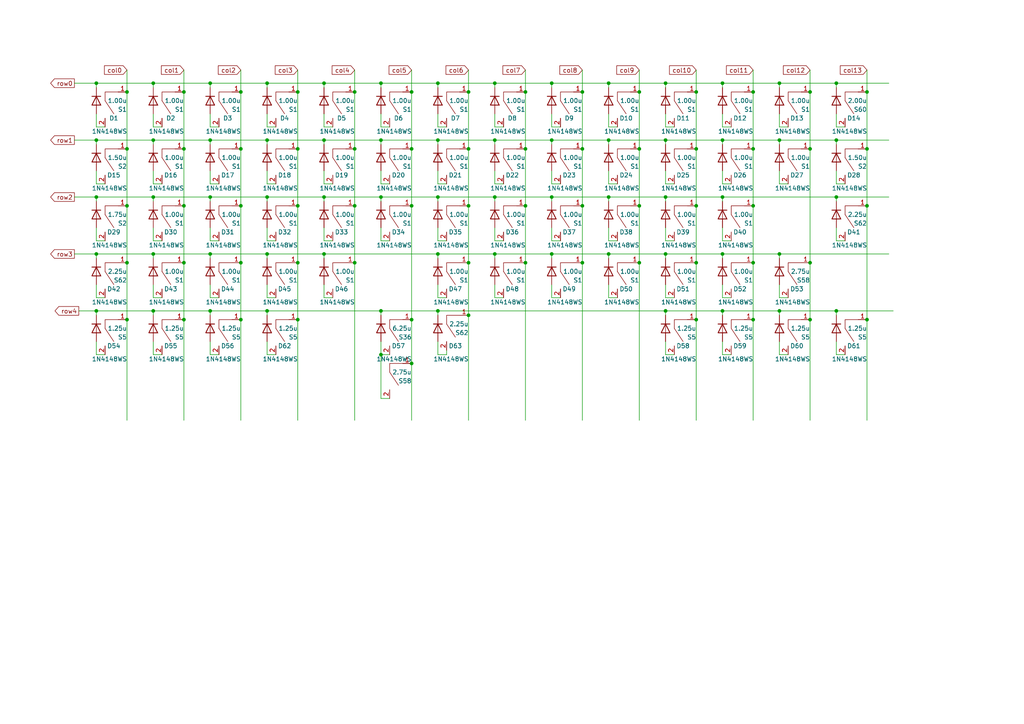
<source format=kicad_sch>
(kicad_sch (version 20230121) (generator eeschema)
  (paper "A4")
  (junction (at 209.55 24.13))
  (junction (at 77.47 40.64))
  (junction (at 44.45 24.13))
  (junction (at 201.93 92.71))
  (junction (at 44.45 40.64))
  (junction (at 209.55 90.17))
  (junction (at 44.45 73.66))
  (junction (at 102.87 26.67))
  (junction (at 185.42 76.2))
  (junction (at 143.51 57.15))
  (junction (at 110.49 90.17))
  (junction (at 168.91 43.18))
  (junction (at 226.06 90.17))
  (junction (at 44.45 90.17))
  (junction (at 110.49 57.15))
  (junction (at 185.42 26.67))
  (junction (at 36.83 76.2))
  (junction (at 110.49 102.87))
  (junction (at 53.34 92.71))
  (junction (at 234.95 43.18))
  (junction (at 226.06 40.64))
  (junction (at 27.94 73.66))
  (junction (at 36.83 43.18))
  (junction (at 60.96 90.17))
  (junction (at 218.44 92.71))
  (junction (at 135.89 59.69))
  (junction (at 127 24.13))
  (junction (at 77.47 73.66))
  (junction (at 193.04 73.66))
  (junction (at 127 73.66))
  (junction (at 60.96 24.13))
  (junction (at 69.85 26.67))
  (junction (at 53.34 43.18))
  (junction (at 152.4 76.2))
  (junction (at 218.44 43.18))
  (junction (at 218.44 26.67))
  (junction (at 127 90.17))
  (junction (at 77.47 57.15))
  (junction (at 119.38 26.67))
  (junction (at 60.96 57.15))
  (junction (at 36.83 26.67))
  (junction (at 119.38 43.18))
  (junction (at 110.49 40.64))
  (junction (at 143.51 40.64))
  (junction (at 251.46 26.67))
  (junction (at 176.53 24.13))
  (junction (at 135.89 26.67))
  (junction (at 53.34 76.2))
  (junction (at 251.46 92.71))
  (junction (at 209.55 40.64))
  (junction (at 135.89 76.2))
  (junction (at 193.04 57.15))
  (junction (at 218.44 59.69))
  (junction (at 201.93 26.67))
  (junction (at 201.93 43.18))
  (junction (at 77.47 90.17))
  (junction (at 36.83 59.69))
  (junction (at 226.06 24.13))
  (junction (at 27.94 57.15))
  (junction (at 27.94 24.13))
  (junction (at 93.98 57.15))
  (junction (at 143.51 73.66))
  (junction (at 160.02 73.66))
  (junction (at 251.46 43.18))
  (junction (at 242.57 40.64))
  (junction (at 44.45 57.15))
  (junction (at 102.87 43.18))
  (junction (at 152.4 26.67))
  (junction (at 242.57 57.15))
  (junction (at 86.36 59.69))
  (junction (at 102.87 59.69))
  (junction (at 234.95 76.2))
  (junction (at 234.95 26.67))
  (junction (at 168.91 26.67))
  (junction (at 209.55 73.66))
  (junction (at 119.38 92.71))
  (junction (at 69.85 92.71))
  (junction (at 152.4 59.69))
  (junction (at 93.98 24.13))
  (junction (at 127 40.64))
  (junction (at 193.04 24.13))
  (junction (at 27.94 40.64))
  (junction (at 168.91 76.2))
  (junction (at 77.47 24.13))
  (junction (at 143.51 24.13))
  (junction (at 102.87 76.2))
  (junction (at 218.44 76.2))
  (junction (at 53.34 26.67))
  (junction (at 176.53 57.15))
  (junction (at 69.85 43.18))
  (junction (at 242.57 90.17))
  (junction (at 127 57.15))
  (junction (at 135.89 43.18))
  (junction (at 242.57 24.13))
  (junction (at 226.06 73.66))
  (junction (at 160.02 57.15))
  (junction (at 209.55 57.15))
  (junction (at 251.46 59.69))
  (junction (at 160.02 40.64))
  (junction (at 86.36 76.2))
  (junction (at 193.04 40.64))
  (junction (at 176.53 40.64))
  (junction (at 27.94 90.17))
  (junction (at 36.83 92.71))
  (junction (at 176.53 73.66))
  (junction (at 201.93 76.2))
  (junction (at 201.93 59.69))
  (junction (at 86.36 92.71))
  (junction (at 93.98 40.64))
  (junction (at 60.96 73.66))
  (junction (at 53.34 59.69))
  (junction (at 86.36 26.67))
  (junction (at 234.95 92.71))
  (junction (at 110.49 24.13))
  (junction (at 185.42 59.69))
  (junction (at 86.36 43.18))
  (junction (at 119.38 59.69))
  (junction (at 119.38 105.41))
  (junction (at 193.04 90.17))
  (junction (at 168.91 59.69))
  (junction (at 93.98 73.66))
  (junction (at 135.89 91.44))
  (junction (at 69.85 59.69))
  (junction (at 152.4 43.18))
  (junction (at 60.96 40.64))
  (junction (at 69.85 76.2))
  (junction (at 160.02 24.13))
  (junction (at 185.42 43.18))
  (wire (pts (xy 185.42 20.32) (xy 185.42 26.67)))
  (wire (pts (xy 143.51 36.83) (xy 143.51 33.02)))
  (wire (pts (xy 127 57.15) (xy 143.51 57.15)))
  (wire (pts (xy 77.47 40.64) (xy 77.47 41.91)))
  (wire (pts (xy 143.51 24.13) (xy 160.02 24.13)))
  (wire (pts (xy 77.47 36.83) (xy 77.47 33.02)))
  (wire (pts (xy 46.99 53.34) (xy 44.45 53.34)))
  (wire (pts (xy 226.06 73.66) (xy 257.81 73.66)))
  (wire (pts (xy 185.42 59.69) (xy 185.42 76.2)))
  (wire (pts (xy 53.34 20.32) (xy 53.34 26.67)))
  (wire (pts (xy 228.6 53.34) (xy 226.06 53.34)))
  (wire (pts (xy 152.4 43.18) (xy 152.4 59.69)))
  (wire (pts (xy 127 69.85) (xy 127 66.04)))
  (wire (pts (xy 209.55 40.64) (xy 226.06 40.64)))
  (wire (pts (xy 102.87 43.18) (xy 102.87 59.69)))
  (wire (pts (xy 135.89 20.32) (xy 135.89 26.67)))
  (wire (pts (xy 218.44 59.69) (xy 218.44 76.2)))
  (wire (pts (xy 119.38 20.32) (xy 119.38 26.67)))
  (wire (pts (xy 53.34 26.67) (xy 53.34 43.18)))
  (wire (pts (xy 160.02 24.13) (xy 176.53 24.13)))
  (wire (pts (xy 27.94 24.13) (xy 44.45 24.13)))
  (wire (pts (xy 110.49 90.17) (xy 110.49 91.44)))
  (wire (pts (xy 212.09 102.87) (xy 209.55 102.87)))
  (wire (pts (xy 27.94 57.15) (xy 44.45 57.15)))
  (wire (pts (xy 193.04 57.15) (xy 193.04 58.42)))
  (wire (pts (xy 242.57 24.13) (xy 242.57 25.4)))
  (wire (pts (xy 127 102.87) (xy 127 99.06)))
  (wire (pts (xy 176.53 25.4) (xy 176.53 24.13)))
  (wire (pts (xy 209.55 53.34) (xy 209.55 49.53)))
  (wire (pts (xy 245.11 53.34) (xy 242.57 53.34)))
  (wire (pts (xy 226.06 90.17) (xy 226.06 91.44)))
  (wire (pts (xy 209.55 90.17) (xy 209.55 91.44)))
  (wire (pts (xy 77.47 91.44) (xy 77.47 90.17)))
  (wire (pts (xy 176.53 86.36) (xy 176.53 82.55)))
  (wire (pts (xy 77.47 73.66) (xy 93.98 73.66)))
  (wire (pts (xy 209.55 36.83) (xy 209.55 33.02)))
  (wire (pts (xy 86.36 43.18) (xy 86.36 59.69)))
  (wire (pts (xy 195.58 69.85) (xy 193.04 69.85)))
  (wire (pts (xy 127 40.64) (xy 143.51 40.64)))
  (wire (pts (xy 245.11 102.87) (xy 242.57 102.87)))
  (wire (pts (xy 119.38 26.67) (xy 119.38 43.18)))
  (wire (pts (xy 242.57 40.64) (xy 257.81 40.64)))
  (wire (pts (xy 209.55 57.15) (xy 242.57 57.15)))
  (wire (pts (xy 193.04 53.34) (xy 193.04 49.53)))
  (wire (pts (xy 93.98 73.66) (xy 127 73.66)))
  (wire (pts (xy 53.34 59.69) (xy 53.34 76.2)))
  (wire (pts (xy 168.91 26.67) (xy 168.91 43.18)))
  (wire (pts (xy 127 90.17) (xy 193.04 90.17)))
  (wire (pts (xy 44.45 73.66) (xy 60.96 73.66)))
  (wire (pts (xy 251.46 92.71) (xy 251.46 121.92)))
  (wire (pts (xy 44.45 102.87) (xy 44.45 99.06)))
  (wire (pts (xy 201.93 26.67) (xy 201.93 43.18)))
  (wire (pts (xy 226.06 40.64) (xy 226.06 41.91)))
  (wire (pts (xy 176.53 24.13) (xy 193.04 24.13)))
  (wire (pts (xy 193.04 90.17) (xy 193.04 91.44)))
  (wire (pts (xy 193.04 73.66) (xy 209.55 73.66)))
  (wire (pts (xy 110.49 57.15) (xy 127 57.15)))
  (wire (pts (xy 176.53 53.34) (xy 176.53 49.53)))
  (wire (pts (xy 127 57.15) (xy 127 58.42)))
  (wire (pts (xy 245.11 36.83) (xy 242.57 36.83)))
  (wire (pts (xy 86.36 20.32) (xy 86.36 26.67)))
  (wire (pts (xy 60.96 53.34) (xy 60.96 49.53)))
  (wire (pts (xy 77.47 40.64) (xy 93.98 40.64)))
  (wire (pts (xy 44.45 24.13) (xy 60.96 24.13)))
  (wire (pts (xy 146.05 36.83) (xy 143.51 36.83)))
  (wire (pts (xy 60.96 69.85) (xy 60.96 66.04)))
  (wire (pts (xy 146.05 86.36) (xy 143.51 86.36)))
  (wire (pts (xy 201.93 20.32) (xy 201.93 26.67)))
  (wire (pts (xy 44.45 53.34) (xy 44.45 49.53)))
  (wire (pts (xy 251.46 20.32) (xy 251.46 26.67)))
  (wire (pts (xy 226.06 102.87) (xy 226.06 99.06)))
  (wire (pts (xy 69.85 20.32) (xy 69.85 26.67)))
  (wire (pts (xy 127 25.4) (xy 127 24.13)))
  (wire (pts (xy 162.56 86.36) (xy 160.02 86.36)))
  (wire (pts (xy 127 90.17) (xy 127 91.44)))
  (wire (pts (xy 242.57 90.17) (xy 242.57 91.44)))
  (wire (pts (xy 36.83 59.69) (xy 36.83 76.2)))
  (wire (pts (xy 218.44 26.67) (xy 218.44 43.18)))
  (wire (pts (xy 127 73.66) (xy 143.51 73.66)))
  (wire (pts (xy 60.96 73.66) (xy 60.96 74.93)))
  (wire (pts (xy 110.49 25.4) (xy 110.49 24.13)))
  (wire (pts (xy 27.94 69.85) (xy 27.94 66.04)))
  (wire (pts (xy 209.55 102.87) (xy 209.55 99.06)))
  (wire (pts (xy 21.59 24.13) (xy 27.94 24.13)))
  (wire (pts (xy 179.07 53.34) (xy 176.53 53.34)))
  (wire (pts (xy 93.98 57.15) (xy 93.98 58.42)))
  (wire (pts (xy 69.85 59.69) (xy 69.85 76.2)))
  (wire (pts (xy 69.85 26.67) (xy 69.85 43.18)))
  (wire (pts (xy 96.52 69.85) (xy 93.98 69.85)))
  (wire (pts (xy 209.55 90.17) (xy 226.06 90.17)))
  (wire (pts (xy 143.51 57.15) (xy 143.51 58.42)))
  (wire (pts (xy 113.03 36.83) (xy 110.49 36.83)))
  (wire (pts (xy 251.46 59.69) (xy 251.46 92.71)))
  (wire (pts (xy 185.42 76.2) (xy 185.42 121.92)))
  (wire (pts (xy 193.04 86.36) (xy 193.04 82.55)))
  (wire (pts (xy 193.04 57.15) (xy 209.55 57.15)))
  (wire (pts (xy 160.02 36.83) (xy 160.02 33.02)))
  (wire (pts (xy 77.47 57.15) (xy 77.47 58.42)))
  (wire (pts (xy 60.96 40.64) (xy 60.96 41.91)))
  (wire (pts (xy 185.42 26.67) (xy 185.42 43.18)))
  (wire (pts (xy 110.49 40.64) (xy 110.49 41.91)))
  (wire (pts (xy 168.91 59.69) (xy 168.91 76.2)))
  (wire (pts (xy 36.83 92.71) (xy 36.83 121.92)))
  (wire (pts (xy 193.04 36.83) (xy 193.04 33.02)))
  (wire (pts (xy 80.01 53.34) (xy 77.47 53.34)))
  (wire (pts (xy 201.93 59.69) (xy 201.93 76.2)))
  (wire (pts (xy 30.48 53.34) (xy 27.94 53.34)))
  (wire (pts (xy 27.94 53.34) (xy 27.94 49.53)))
  (wire (pts (xy 27.94 90.17) (xy 27.94 91.44)))
  (wire (pts (xy 212.09 53.34) (xy 209.55 53.34)))
  (wire (pts (xy 218.44 76.2) (xy 218.44 92.71)))
  (wire (pts (xy 242.57 53.34) (xy 242.57 49.53)))
  (wire (pts (xy 193.04 73.66) (xy 193.04 74.93)))
  (wire (pts (xy 209.55 57.15) (xy 209.55 58.42)))
  (wire (pts (xy 46.99 102.87) (xy 44.45 102.87)))
  (wire (pts (xy 127 40.64) (xy 127 41.91)))
  (wire (pts (xy 160.02 86.36) (xy 160.02 82.55)))
  (wire (pts (xy 86.36 92.71) (xy 86.36 121.92)))
  (wire (pts (xy 209.55 86.36) (xy 209.55 82.55)))
  (wire (pts (xy 129.54 53.34) (xy 127 53.34)))
  (wire (pts (xy 152.4 20.32) (xy 152.4 26.67)))
  (wire (pts (xy 193.04 90.17) (xy 209.55 90.17)))
  (wire (pts (xy 44.45 57.15) (xy 60.96 57.15)))
  (wire (pts (xy 27.94 40.64) (xy 44.45 40.64)))
  (wire (pts (xy 201.93 92.71) (xy 201.93 121.92)))
  (wire (pts (xy 212.09 86.36) (xy 209.55 86.36)))
  (wire (pts (xy 242.57 24.13) (xy 257.81 24.13)))
  (wire (pts (xy 93.98 24.13) (xy 110.49 24.13)))
  (wire (pts (xy 36.83 20.32) (xy 36.83 26.67)))
  (wire (pts (xy 168.91 76.2) (xy 168.91 121.92)))
  (wire (pts (xy 80.01 86.36) (xy 77.47 86.36)))
  (wire (pts (xy 143.51 53.34) (xy 143.51 49.53)))
  (wire (pts (xy 160.02 57.15) (xy 176.53 57.15)))
  (wire (pts (xy 27.94 57.15) (xy 27.94 58.42)))
  (wire (pts (xy 195.58 53.34) (xy 193.04 53.34)))
  (wire (pts (xy 127 36.83) (xy 127 33.02)))
  (wire (pts (xy 242.57 40.64) (xy 242.57 41.91)))
  (wire (pts (xy 44.45 90.17) (xy 60.96 90.17)))
  (wire (pts (xy 193.04 69.85) (xy 193.04 66.04)))
  (wire (pts (xy 146.05 53.34) (xy 143.51 53.34)))
  (wire (pts (xy 168.91 20.32) (xy 168.91 26.67)))
  (wire (pts (xy 162.56 69.85) (xy 160.02 69.85)))
  (wire (pts (xy 193.04 40.64) (xy 193.04 41.91)))
  (wire (pts (xy 129.54 36.83) (xy 127 36.83)))
  (wire (pts (xy 60.96 24.13) (xy 77.47 24.13)))
  (wire (pts (xy 242.57 36.83) (xy 242.57 33.02)))
  (wire (pts (xy 36.83 43.18) (xy 36.83 59.69)))
  (wire (pts (xy 27.94 73.66) (xy 44.45 73.66)))
  (wire (pts (xy 135.89 26.67) (xy 135.89 43.18)))
  (wire (pts (xy 44.45 86.36) (xy 44.45 82.55)))
  (wire (pts (xy 226.06 24.13) (xy 242.57 24.13)))
  (wire (pts (xy 152.4 76.2) (xy 152.4 121.92)))
  (wire (pts (xy 63.5 53.34) (xy 60.96 53.34)))
  (wire (pts (xy 44.45 90.17) (xy 44.45 91.44)))
  (wire (pts (xy 110.49 53.34) (xy 110.49 49.53)))
  (wire (pts (xy 22.86 90.17) (xy 27.94 90.17)))
  (wire (pts (xy 201.93 76.2) (xy 201.93 92.71)))
  (wire (pts (xy 226.06 40.64) (xy 242.57 40.64)))
  (wire (pts (xy 60.96 73.66) (xy 77.47 73.66)))
  (wire (pts (xy 179.07 69.85) (xy 176.53 69.85)))
  (wire (pts (xy 242.57 102.87) (xy 242.57 99.06)))
  (wire (pts (xy 143.51 86.36) (xy 143.51 82.55)))
  (wire (pts (xy 160.02 73.66) (xy 160.02 74.93)))
  (wire (pts (xy 30.48 69.85) (xy 27.94 69.85)))
  (wire (pts (xy 218.44 43.18) (xy 218.44 59.69)))
  (wire (pts (xy 193.04 25.4) (xy 193.04 24.13)))
  (wire (pts (xy 152.4 26.67) (xy 152.4 43.18)))
  (wire (pts (xy 27.94 90.17) (xy 44.45 90.17)))
  (wire (pts (xy 96.52 53.34) (xy 93.98 53.34)))
  (wire (pts (xy 60.96 57.15) (xy 77.47 57.15)))
  (wire (pts (xy 127 73.66) (xy 127 74.93)))
  (wire (pts (xy 60.96 90.17) (xy 77.47 90.17)))
  (wire (pts (xy 46.99 36.83) (xy 44.45 36.83)))
  (wire (pts (xy 63.5 102.87) (xy 60.96 102.87)))
  (wire (pts (xy 129.54 69.85) (xy 127 69.85)))
  (wire (pts (xy 110.49 90.17) (xy 127 90.17)))
  (wire (pts (xy 226.06 90.17) (xy 242.57 90.17)))
  (wire (pts (xy 21.59 57.15) (xy 27.94 57.15)))
  (wire (pts (xy 209.55 73.66) (xy 226.06 73.66)))
  (wire (pts (xy 127 53.34) (xy 127 49.53)))
  (wire (pts (xy 53.34 43.18) (xy 53.34 59.69)))
  (wire (pts (xy 127 24.13) (xy 143.51 24.13)))
  (wire (pts (xy 143.51 25.4) (xy 143.51 24.13)))
  (wire (pts (xy 69.85 43.18) (xy 69.85 59.69)))
  (wire (pts (xy 77.47 69.85) (xy 77.47 66.04)))
  (wire (pts (xy 135.89 59.69) (xy 135.89 76.2)))
  (wire (pts (xy 27.94 36.83) (xy 27.94 33.02)))
  (wire (pts (xy 110.49 102.87) (xy 110.49 99.06)))
  (wire (pts (xy 212.09 69.85) (xy 209.55 69.85)))
  (wire (pts (xy 36.83 26.67) (xy 36.83 43.18)))
  (wire (pts (xy 209.55 73.66) (xy 209.55 74.93)))
  (wire (pts (xy 234.95 76.2) (xy 234.95 92.71)))
  (wire (pts (xy 245.11 69.85) (xy 242.57 69.85)))
  (wire (pts (xy 110.49 24.13) (xy 127 24.13)))
  (wire (pts (xy 135.89 91.44) (xy 135.89 121.92)))
  (wire (pts (xy 110.49 36.83) (xy 110.49 33.02)))
  (wire (pts (xy 119.38 105.41) (xy 119.38 121.92)))
  (wire (pts (xy 93.98 40.64) (xy 93.98 41.91)))
  (wire (pts (xy 212.09 36.83) (xy 209.55 36.83)))
  (wire (pts (xy 129.54 86.36) (xy 127 86.36)))
  (wire (pts (xy 27.94 73.66) (xy 27.94 74.93)))
  (wire (pts (xy 218.44 92.71) (xy 218.44 121.92)))
  (wire (pts (xy 176.53 57.15) (xy 193.04 57.15)))
  (wire (pts (xy 176.53 73.66) (xy 193.04 73.66)))
  (wire (pts (xy 93.98 57.15) (xy 110.49 57.15)))
  (wire (pts (xy 44.45 25.4) (xy 44.45 24.13)))
  (wire (pts (xy 86.36 59.69) (xy 86.36 76.2)))
  (wire (pts (xy 113.03 53.34) (xy 110.49 53.34)))
  (wire (pts (xy 218.44 20.32) (xy 218.44 26.67)))
  (wire (pts (xy 195.58 86.36) (xy 193.04 86.36)))
  (wire (pts (xy 44.45 69.85) (xy 44.45 66.04)))
  (wire (pts (xy 93.98 53.34) (xy 93.98 49.53)))
  (wire (pts (xy 93.98 36.83) (xy 93.98 33.02)))
  (wire (pts (xy 93.98 25.4) (xy 93.98 24.13)))
  (wire (pts (xy 63.5 86.36) (xy 60.96 86.36)))
  (wire (pts (xy 69.85 76.2) (xy 69.85 92.71)))
  (wire (pts (xy 77.47 86.36) (xy 77.47 82.55)))
  (wire (pts (xy 27.94 102.87) (xy 27.94 99.06)))
  (wire (pts (xy 60.96 40.64) (xy 77.47 40.64)))
  (wire (pts (xy 86.36 26.67) (xy 86.36 43.18)))
  (wire (pts (xy 160.02 53.34) (xy 160.02 49.53)))
  (wire (pts (xy 77.47 25.4) (xy 77.47 24.13)))
  (wire (pts (xy 251.46 43.18) (xy 251.46 59.69)))
  (wire (pts (xy 234.95 26.67) (xy 234.95 43.18)))
  (wire (pts (xy 69.85 92.71) (xy 69.85 121.92)))
  (wire (pts (xy 27.94 86.36) (xy 27.94 82.55)))
  (wire (pts (xy 251.46 26.67) (xy 251.46 43.18)))
  (wire (pts (xy 226.06 36.83) (xy 226.06 33.02)))
  (wire (pts (xy 21.59 40.64) (xy 27.94 40.64)))
  (wire (pts (xy 21.59 73.66) (xy 27.94 73.66)))
  (wire (pts (xy 60.96 25.4) (xy 60.96 24.13)))
  (wire (pts (xy 93.98 86.36) (xy 93.98 82.55)))
  (wire (pts (xy 195.58 36.83) (xy 193.04 36.83)))
  (wire (pts (xy 86.36 76.2) (xy 86.36 92.71)))
  (wire (pts (xy 160.02 73.66) (xy 176.53 73.66)))
  (wire (pts (xy 80.01 36.83) (xy 77.47 36.83)))
  (wire (pts (xy 162.56 53.34) (xy 160.02 53.34)))
  (wire (pts (xy 93.98 40.64) (xy 110.49 40.64)))
  (wire (pts (xy 228.6 102.87) (xy 226.06 102.87)))
  (wire (pts (xy 102.87 59.69) (xy 102.87 76.2)))
  (wire (pts (xy 160.02 40.64) (xy 176.53 40.64)))
  (wire (pts (xy 102.87 76.2) (xy 102.87 121.92)))
  (wire (pts (xy 53.34 76.2) (xy 53.34 92.71)))
  (wire (pts (xy 162.56 36.83) (xy 160.02 36.83)))
  (wire (pts (xy 228.6 36.83) (xy 226.06 36.83)))
  (wire (pts (xy 96.52 86.36) (xy 93.98 86.36)))
  (wire (pts (xy 234.95 20.32) (xy 234.95 26.67)))
  (wire (pts (xy 77.47 73.66) (xy 77.47 74.93)))
  (wire (pts (xy 209.55 69.85) (xy 209.55 66.04)))
  (wire (pts (xy 60.96 90.17) (xy 60.96 91.44)))
  (wire (pts (xy 110.49 69.85) (xy 110.49 66.04)))
  (wire (pts (xy 176.53 57.15) (xy 176.53 58.42)))
  (wire (pts (xy 143.51 73.66) (xy 143.51 74.93)))
  (wire (pts (xy 176.53 40.64) (xy 176.53 41.91)))
  (wire (pts (xy 63.5 69.85) (xy 60.96 69.85)))
  (wire (pts (xy 93.98 69.85) (xy 93.98 66.04)))
  (wire (pts (xy 127 86.36) (xy 127 82.55)))
  (wire (pts (xy 113.03 69.85) (xy 110.49 69.85)))
  (wire (pts (xy 135.89 43.18) (xy 135.89 59.69)))
  (wire (pts (xy 160.02 57.15) (xy 160.02 58.42)))
  (wire (pts (xy 226.06 25.4) (xy 226.06 24.13)))
  (wire (pts (xy 226.06 53.34) (xy 226.06 49.53)))
  (wire (pts (xy 119.38 59.69) (xy 119.38 92.71)))
  (wire (pts (xy 209.55 40.64) (xy 209.55 41.91)))
  (wire (pts (xy 176.53 73.66) (xy 176.53 74.93)))
  (wire (pts (xy 60.96 36.83) (xy 60.96 33.02)))
  (wire (pts (xy 143.51 73.66) (xy 160.02 73.66)))
  (wire (pts (xy 30.48 86.36) (xy 27.94 86.36)))
  (wire (pts (xy 168.91 43.18) (xy 168.91 59.69)))
  (wire (pts (xy 160.02 40.64) (xy 160.02 41.91)))
  (wire (pts (xy 119.38 43.18) (xy 119.38 59.69)))
  (wire (pts (xy 193.04 102.87) (xy 193.04 99.06)))
  (wire (pts (xy 135.89 76.2) (xy 135.89 91.44)))
  (wire (pts (xy 110.49 40.64) (xy 127 40.64)))
  (wire (pts (xy 234.95 43.18) (xy 234.95 76.2)))
  (wire (pts (xy 234.95 92.71) (xy 234.95 121.92)))
  (wire (pts (xy 46.99 86.36) (xy 44.45 86.36)))
  (wire (pts (xy 179.07 86.36) (xy 176.53 86.36)))
  (wire (pts (xy 242.57 90.17) (xy 259.08 90.17)))
  (wire (pts (xy 129.54 102.87) (xy 127 102.87)))
  (wire (pts (xy 36.83 76.2) (xy 36.83 92.71)))
  (wire (pts (xy 110.49 115.57) (xy 110.49 102.87)))
  (wire (pts (xy 176.53 36.83) (xy 176.53 33.02)))
  (wire (pts (xy 176.53 40.64) (xy 193.04 40.64)))
  (wire (pts (xy 77.47 57.15) (xy 93.98 57.15)))
  (wire (pts (xy 193.04 24.13) (xy 209.55 24.13)))
  (wire (pts (xy 30.48 102.87) (xy 27.94 102.87)))
  (wire (pts (xy 44.45 73.66) (xy 44.45 74.93)))
  (wire (pts (xy 113.03 115.57) (xy 110.49 115.57)))
  (wire (pts (xy 77.47 24.13) (xy 93.98 24.13)))
  (wire (pts (xy 179.07 36.83) (xy 176.53 36.83)))
  (wire (pts (xy 60.96 102.87) (xy 60.96 99.06)))
  (wire (pts (xy 102.87 26.67) (xy 102.87 43.18)))
  (wire (pts (xy 44.45 40.64) (xy 60.96 40.64)))
  (wire (pts (xy 209.55 25.4) (xy 209.55 24.13)))
  (wire (pts (xy 143.51 57.15) (xy 160.02 57.15)))
  (wire (pts (xy 27.94 40.64) (xy 27.94 41.91)))
  (wire (pts (xy 80.01 102.87) (xy 77.47 102.87)))
  (wire (pts (xy 110.49 57.15) (xy 110.49 58.42)))
  (wire (pts (xy 46.99 69.85) (xy 44.45 69.85)))
  (wire (pts (xy 152.4 59.69) (xy 152.4 76.2)))
  (wire (pts (xy 129.54 101.6) (xy 129.54 102.87)))
  (wire (pts (xy 119.38 92.71) (xy 119.38 105.41)))
  (wire (pts (xy 30.48 36.83) (xy 27.94 36.83)))
  (wire (pts (xy 242.57 69.85) (xy 242.57 66.04)))
  (wire (pts (xy 77.47 90.17) (xy 110.49 90.17)))
  (wire (pts (xy 77.47 53.34) (xy 77.47 49.53)))
  (wire (pts (xy 193.04 40.64) (xy 209.55 40.64)))
  (wire (pts (xy 77.47 102.87) (xy 77.47 99.06)))
  (wire (pts (xy 143.51 69.85) (xy 143.51 66.04)))
  (wire (pts (xy 160.02 69.85) (xy 160.02 66.04)))
  (wire (pts (xy 242.57 57.15) (xy 242.57 58.42)))
  (wire (pts (xy 146.05 69.85) (xy 143.51 69.85)))
  (wire (pts (xy 44.45 57.15) (xy 44.45 58.42)))
  (wire (pts (xy 201.93 43.18) (xy 201.93 59.69)))
  (wire (pts (xy 60.96 86.36) (xy 60.96 82.55)))
  (wire (pts (xy 228.6 86.36) (xy 226.06 86.36)))
  (wire (pts (xy 53.34 92.71) (xy 53.34 121.92)))
  (wire (pts (xy 143.51 40.64) (xy 160.02 40.64)))
  (wire (pts (xy 242.57 57.15) (xy 257.81 57.15)))
  (wire (pts (xy 44.45 36.83) (xy 44.45 33.02)))
  (wire (pts (xy 44.45 40.64) (xy 44.45 41.91)))
  (wire (pts (xy 80.01 69.85) (xy 77.47 69.85)))
  (wire (pts (xy 60.96 57.15) (xy 60.96 58.42)))
  (wire (pts (xy 209.55 24.13) (xy 226.06 24.13)))
  (wire (pts (xy 195.58 102.87) (xy 193.04 102.87)))
  (wire (pts (xy 226.06 86.36) (xy 226.06 82.55)))
  (wire (pts (xy 93.98 73.66) (xy 93.98 74.93)))
  (wire (pts (xy 96.52 36.83) (xy 93.98 36.83)))
  (wire (pts (xy 113.03 102.87) (xy 110.49 102.87)))
  (wire (pts (xy 176.53 69.85) (xy 176.53 66.04)))
  (wire (pts (xy 226.06 73.66) (xy 226.06 74.93)))
  (wire (pts (xy 27.94 24.13) (xy 27.94 25.4)))
  (wire (pts (xy 102.87 20.32) (xy 102.87 26.67)))
  (wire (pts (xy 143.51 40.64) (xy 143.51 41.91)))
  (wire (pts (xy 160.02 25.4) (xy 160.02 24.13)))
  (wire (pts (xy 185.42 43.18) (xy 185.42 59.69)))
  (wire (pts (xy 63.5 36.83) (xy 60.96 36.83)))
  (global_label "col2" (shape input) (at 69.85 20.32 180) (property "Intersheetrefs" "${INTERSHEET_REFS}" (effects hide)))
  (global_label "col10" (shape input) (at 201.93 20.32 180) (property "Intersheetrefs" "${INTERSHEET_REFS}" (effects hide)))
  (global_label "col1" (shape input) (at 53.34 20.32 180) (property "Intersheetrefs" "${INTERSHEET_REFS}" (effects hide)))
  (global_label "col11" (shape input) (at 218.44 20.32 180) (property "Intersheetrefs" "${INTERSHEET_REFS}" (effects hide)))
  (global_label "col5" (shape input) (at 119.38 20.32 180) (property "Intersheetrefs" "${INTERSHEET_REFS}" (effects hide)))
  (global_label "row2" (shape output) (at 21.59 57.15 180) (property "Intersheetrefs" "${INTERSHEET_REFS}" (effects hide)))
  (global_label "col3" (shape input) (at 86.36 20.32 180) (property "Intersheetrefs" "${INTERSHEET_REFS}" (effects hide)))
  (global_label "row4" (shape output) (at 22.86 90.17 180) (property "Intersheetrefs" "${INTERSHEET_REFS}" (effects hide)))
  (global_label "row3" (shape output) (at 21.59 73.66 180) (property "Intersheetrefs" "${INTERSHEET_REFS}" (effects hide)))
  (global_label "col12" (shape input) (at 234.95 20.32 180) (property "Intersheetrefs" "${INTERSHEET_REFS}" (effects hide)))
  (global_label "col0" (shape input) (at 36.83 20.32 180) (property "Intersheetrefs" "${INTERSHEET_REFS}" (effects hide)))
  (global_label "row1" (shape output) (at 21.59 40.64 180) (property "Intersheetrefs" "${INTERSHEET_REFS}" (effects hide)))
  (global_label "col4" (shape input) (at 102.87 20.32 180) (property "Intersheetrefs" "${INTERSHEET_REFS}" (effects hide)))
  (global_label "col13" (shape input) (at 251.46 20.32 180) (property "Intersheetrefs" "${INTERSHEET_REFS}" (effects hide)))
  (global_label "row0" (shape output) (at 21.59 24.13 180) (property "Intersheetrefs" "${INTERSHEET_REFS}" (effects hide)))
  (global_label "col9" (shape input) (at 185.42 20.32 180) (property "Intersheetrefs" "${INTERSHEET_REFS}" (effects hide)))
  (global_label "col8" (shape input) (at 168.91 20.32 180) (property "Intersheetrefs" "${INTERSHEET_REFS}" (effects hide)))
  (global_label "col6" (shape input) (at 135.89 20.32 180) (property "Intersheetrefs" "${INTERSHEET_REFS}" (effects hide)))
  (global_label "col7" (shape input) (at 152.4 20.32 180) (property "Intersheetrefs" "${INTERSHEET_REFS}" (effects hide)))
  (symbol (lib_id "Diode:1N4148WS") (at 44.45 95.25 270) (unit 1)
    (property "Reference" "D55" (at 49.53 100.33 90))
    (property "Value" "1N4148WS" (at 48.26 104.14 90))
    (property "Footprint" "Diode_SMD:D_SOD-323" (effects hide))
    (property "Datasheet" "https://www.vishay.com/docs/85751/1n4148ws.pdf" (effects hide))
    (property "Sim.Device" "D" (effects hide))
    (property "Sim.Pins" "1=K 2=A" (effects hide))
  )
  (symbol (lib_id "Diode:1N4148WS") (at 242.57 95.25 270) (unit 1)
    (property "Reference" "D61" (at 247.65 100.33 90))
    (property "Value" "1N4148WS" (at 246.38 104.14 90))
    (property "Footprint" "Diode_SMD:D_SOD-323" (effects hide))
    (property "Datasheet" "https://www.vishay.com/docs/85751/1n4148ws.pdf" (effects hide))
    (property "Sim.Device" "D" (effects hide))
    (property "Sim.Pins" "1=K 2=A" (effects hide))
  )
  (symbol (lib_id "Diode:1N4148WS") (at 60.96 95.25 270) (unit 1)
    (property "Reference" "D56" (at 66.04 100.33 90))
    (property "Value" "1N4148WS" (at 64.77 104.14 90))
    (property "Footprint" "Diode_SMD:D_SOD-323" (effects hide))
    (property "Datasheet" "https://www.vishay.com/docs/85751/1n4148ws.pdf" (effects hide))
    (property "Sim.Device" "D" (effects hide))
    (property "Sim.Pins" "1=K 2=A" (effects hide))
  )
  (symbol (lib_id "Diode:1N4148WS") (at 193.04 45.72 270) (unit 1)
    (property "Reference" "D25" (at 198.12 50.8 90))
    (property "Value" "1N4148WS" (at 196.85 54.61 90))
    (property "Footprint" "Diode_SMD:D_SOD-323" (effects hide))
    (property "Datasheet" "https://www.vishay.com/docs/85751/1n4148ws.pdf" (effects hide))
    (property "Sim.Device" "D" (effects hide))
    (property "Sim.Pins" "1=K 2=A" (effects hide))
  )
  (symbol (lib_id "mx1a-simple:MX1A") (at 125.73 96.52 270) (unit 1) (in_bom no)
    (property "Reference" "S62" (at 135.89 96.52 90) (effects (justify right)))
    (property "Value" "2.25u" (at 135.89 93.98 90) (effects (justify right)))
    (property "Footprint" "Switch_Keyboard_Cherry_MX:SW_Cherry_MX_PCB_2.25u" (effects hide))
    (instances (project "Hotp4ck" (path "" (reference "S62") (unit 1))) (project "Hotp4ck60" (path "" (reference "S63") (unit 1))) (project "designguide-schematic" (path "" (reference "S62") (unit 1))))
  )
  (symbol (lib_id "mx1a-simple:MX1A") (at 43.18 31.75 270) (unit 1) (in_bom no)
    (property "Reference" "S1" (at 53.34 31.75 90) (effects (justify right)))
    (property "Value" "1.00u" (at 53.34 29.21 90) (effects (justify right)))
    (property "Footprint" "Switch_Keyboard_Cherry_MX:SW_Cherry_MX_PCB_1.00u" (effects hide))
    (instances (project "Hotp4ck" (path "" (reference "S1") (unit 1))) (project "Hotp4ck60" (path "" (reference "S2") (unit 1))) (project "designguide-schematic" (path "" (reference "S1") (unit 1))))
  )
  (symbol (lib_id "Diode:1N4148WS") (at 226.06 45.72 270) (unit 1)
    (property "Reference" "D27" (at 231.14 50.8 90))
    (property "Value" "1N4148WS" (at 229.87 54.61 90))
    (property "Footprint" "Diode_SMD:D_SOD-323" (effects hide))
    (property "Datasheet" "https://www.vishay.com/docs/85751/1n4148ws.pdf" (effects hide))
    (property "Sim.Device" "D" (effects hide))
    (property "Sim.Pins" "1=K 2=A" (effects hide))
  )
  (symbol (lib_id "mx1a-simple:MX1A") (at 142.24 64.77 270) (unit 1) (in_bom no)
    (property "Reference" "S1" (at 152.4 64.77 90) (effects (justify right)))
    (property "Value" "1.00u" (at 152.4 62.23 90) (effects (justify right)))
    (property "Footprint" "Switch_Keyboard_Cherry_MX:SW_Cherry_MX_PCB_1.00u" (effects hide))
    (instances (project "Hotp4ck" (path "" (reference "S1") (unit 1))) (project "Hotp4ck60" (path "" (reference "S36") (unit 1))) (project "designguide-schematic" (path "" (reference "S1") (unit 1))))
  )
  (symbol (lib_id "mx1a-simple:MX1A") (at 26.67 64.77 270) (unit 1) (in_bom no)
    (property "Reference" "S2" (at 36.83 64.77 90) (effects (justify right)))
    (property "Value" "1.75u" (at 36.83 62.23 90) (effects (justify right)))
    (property "Footprint" "Switch_Keyboard_Cherry_MX:SW_Cherry_MX_PCB_1.75u" (effects hide))
    (instances (project "Hotp4ck" (path "" (reference "S2") (unit 1))) (project "Hotp4ck60" (path "" (reference "S29") (unit 1))) (project "designguide-schematic" (path "" (reference "S2") (unit 1))))
  )
  (symbol (lib_id "mx1a-simple:MX1A") (at 224.79 97.79 270) (unit 1) (in_bom no)
    (property "Reference" "S5" (at 234.95 97.79 90) (effects (justify right)))
    (property "Value" "1.25u" (at 234.95 95.25 90) (effects (justify right)))
    (property "Footprint" "Switch_Keyboard_Cherry_MX:SW_Cherry_MX_PCB_1.25u" (effects hide))
    (instances (project "Hotp4ck" (path "" (reference "S5") (unit 1))) (project "Hotp4ck60" (path "" (reference "S60") (unit 1))) (project "designguide-schematic" (path "" (reference "S5") (unit 1))))
  )
  (symbol (lib_id "Diode:1N4148WS") (at 160.02 45.72 270) (unit 1)
    (property "Reference" "D23" (at 165.1 50.8 90))
    (property "Value" "1N4148WS" (at 163.83 54.61 90))
    (property "Footprint" "Diode_SMD:D_SOD-323" (effects hide))
    (property "Datasheet" "https://www.vishay.com/docs/85751/1n4148ws.pdf" (effects hide))
    (property "Sim.Device" "D" (effects hide))
    (property "Sim.Pins" "1=K 2=A" (effects hide))
  )
  (symbol (lib_id "Diode:1N4148WS") (at 242.57 29.21 270) (unit 1)
    (property "Reference" "D14" (at 247.65 34.29 90))
    (property "Value" "1N4148WS" (at 246.38 38.1 90))
    (property "Footprint" "Diode_SMD:D_SOD-323" (effects hide))
    (property "Datasheet" "https://www.vishay.com/docs/85751/1n4148ws.pdf" (effects hide))
    (property "Sim.Device" "D" (effects hide))
    (property "Sim.Pins" "1=K 2=A" (effects hide))
  )
  (symbol (lib_id "Diode:1N4148WS") (at 143.51 29.21 270) (unit 1)
    (property "Reference" "D8" (at 148.59 34.29 90))
    (property "Value" "1N4148WS" (at 147.32 38.1 90))
    (property "Footprint" "Diode_SMD:D_SOD-323" (effects hide))
    (property "Datasheet" "https://www.vishay.com/docs/85751/1n4148ws.pdf" (effects hide))
    (property "Sim.Device" "D" (effects hide))
    (property "Sim.Pins" "1=K 2=A" (effects hide))
  )
  (symbol (lib_id "mx1a-simple:MX1A") (at 125.73 64.77 270) (unit 1) (in_bom no)
    (property "Reference" "S1" (at 135.89 64.77 90) (effects (justify right)))
    (property "Value" "1.00u" (at 135.89 62.23 90) (effects (justify right)))
    (property "Footprint" "Switch_Keyboard_Cherry_MX:SW_Cherry_MX_PCB_1.00u" (effects hide))
    (instances (project "Hotp4ck" (path "" (reference "S1") (unit 1))) (project "Hotp4ck60" (path "" (reference "S35") (unit 1))) (project "designguide-schematic" (path "" (reference "S1") (unit 1))))
  )
  (symbol (lib_id "mx1a-simple:MX1A") (at 208.28 48.26 270) (unit 1) (in_bom no)
    (property "Reference" "S1" (at 218.44 48.26 90) (effects (justify right)))
    (property "Value" "1.00u" (at 218.44 45.72 90) (effects (justify right)))
    (property "Footprint" "Switch_Keyboard_Cherry_MX:SW_Cherry_MX_PCB_1.00u" (effects hide))
    (instances (project "Hotp4ck" (path "" (reference "S1") (unit 1))) (project "Hotp4ck60" (path "" (reference "S26") (unit 1))) (project "designguide-schematic" (path "" (reference "S1") (unit 1))))
  )
  (symbol (lib_id "mx1a-simple:MX1A") (at 59.69 97.79 270) (unit 1) (in_bom no)
    (property "Reference" "S5" (at 69.85 97.79 90) (effects (justify right)))
    (property "Value" "1.25u" (at 69.85 95.25 90) (effects (justify right)))
    (property "Footprint" "Switch_Keyboard_Cherry_MX:SW_Cherry_MX_PCB_1.25u" (effects hide))
    (instances (project "Hotp4ck" (path "" (reference "S5") (unit 1))) (project "Hotp4ck60" (path "" (reference "S56") (unit 1))) (project "designguide-schematic" (path "" (reference "S5") (unit 1))))
  )
  (symbol (lib_id "mx1a-simple:MX1A") (at 208.28 81.28 270) (unit 1) (in_bom no)
    (property "Reference" "S1" (at 218.44 81.28 90) (effects (justify right)))
    (property "Value" "1.00u" (at 218.44 78.74 90) (effects (justify right)))
    (property "Footprint" "Switch_Keyboard_Cherry_MX:SW_Cherry_MX_PCB_1.00u" (effects hide))
    (instances (project "Hotp4ck" (path "" (reference "S1") (unit 1))) (project "Hotp4ck60" (path "" (reference "S52") (unit 1))) (project "designguide-schematic" (path "" (reference "S1") (unit 1))))
  )
  (symbol (lib_id "Diode:1N4148WS") (at 93.98 29.21 270) (unit 1)
    (property "Reference" "D5" (at 99.06 34.29 90))
    (property "Value" "1N4148WS" (at 97.79 38.1 90))
    (property "Footprint" "Diode_SMD:D_SOD-323" (effects hide))
    (property "Datasheet" "https://www.vishay.com/docs/85751/1n4148ws.pdf" (effects hide))
    (property "Sim.Device" "D" (effects hide))
    (property "Sim.Pins" "1=K 2=A" (effects hide))
  )
  (symbol (lib_id "mx1a-simple:MX1A") (at 26.67 97.79 270) (unit 1) (in_bom no)
    (property "Reference" "S5" (at 36.83 97.79 90) (effects (justify right)))
    (property "Value" "1.25u" (at 36.83 95.25 90) (effects (justify right)))
    (property "Footprint" "Switch_Keyboard_Cherry_MX:SW_Cherry_MX_PCB_1.25u" (effects hide))
    (instances (project "Hotp4ck" (path "" (reference "S5") (unit 1))) (project "Hotp4ck60" (path "" (reference "S54") (unit 1))) (project "designguide-schematic" (path "" (reference "S5") (unit 1))))
  )
  (symbol (lib_id "mx1a-simple:MX1A") (at 109.22 110.49 270) (unit 1) (in_bom no)
    (property "Reference" "S58" (at 119.38 110.49 90) (effects (justify right)))
    (property "Value" "2.75u" (at 119.38 107.95 90) (effects (justify right)))
    (property "Footprint" "Switch_Keyboard_Cherry_MX:SW_Cherry_MX_PCB_2.75u" (effects hide))
    (instances (project "Hotp4ck" (path "" (reference "S58") (unit 1))) (project "Hotp4ck60" (path "" (reference "S571") (unit 1))) (project "designguide-schematic" (path "" (reference "S58") (unit 1))))
  )
  (symbol (lib_id "mx1a-simple:MX1A") (at 158.75 81.28 270) (unit 1) (in_bom no)
    (property "Reference" "S1" (at 168.91 81.28 90) (effects (justify right)))
    (property "Value" "1.00u" (at 168.91 78.74 90) (effects (justify right)))
    (property "Footprint" "Switch_Keyboard_Cherry_MX:SW_Cherry_MX_PCB_1.00u" (effects hide))
    (instances (project "Hotp4ck" (path "" (reference "S1") (unit 1))) (project "Hotp4ck60" (path "" (reference "S49") (unit 1))) (project "designguide-schematic" (path "" (reference "S1") (unit 1))))
  )
  (symbol (lib_id "Diode:1N4148WS") (at 143.51 62.23 270) (unit 1)
    (property "Reference" "D36" (at 148.59 67.31 90))
    (property "Value" "1N4148WS" (at 147.32 71.12 90))
    (property "Footprint" "Diode_SMD:D_SOD-323" (effects hide))
    (property "Datasheet" "https://www.vishay.com/docs/85751/1n4148ws.pdf" (effects hide))
    (property "Sim.Device" "D" (effects hide))
    (property "Sim.Pins" "1=K 2=A" (effects hide))
  )
  (symbol (lib_id "mx1a-simple:MX1A") (at 109.22 64.77 270) (unit 1) (in_bom no)
    (property "Reference" "S1" (at 119.38 64.77 90) (effects (justify right)))
    (property "Value" "1.00u" (at 119.38 62.23 90) (effects (justify right)))
    (property "Footprint" "Switch_Keyboard_Cherry_MX:SW_Cherry_MX_PCB_1.00u" (effects hide))
    (instances (project "Hotp4ck" (path "" (reference "S1") (unit 1))) (project "Hotp4ck60" (path "" (reference "S34") (unit 1))) (project "designguide-schematic" (path "" (reference "S1") (unit 1))))
  )
  (symbol (lib_id "mx1a-simple:MX1A") (at 109.22 31.75 270) (unit 1) (in_bom no)
    (property "Reference" "S1" (at 119.38 31.75 90) (effects (justify right)))
    (property "Value" "1.00u" (at 119.38 29.21 90) (effects (justify right)))
    (property "Footprint" "Switch_Keyboard_Cherry_MX:SW_Cherry_MX_PCB_1.00u" (effects hide))
    (instances (project "Hotp4ck" (path "" (reference "S1") (unit 1))) (project "Hotp4ck60" (path "" (reference "S6") (unit 1))) (project "designguide-schematic" (path "" (reference "S1") (unit 1))))
  )
  (symbol (lib_id "Diode:1N4148WS") (at 93.98 78.74 270) (unit 1)
    (property "Reference" "D46" (at 99.06 83.82 90))
    (property "Value" "1N4148WS" (at 97.79 87.63 90))
    (property "Footprint" "Diode_SMD:D_SOD-323" (effects hide))
    (property "Datasheet" "https://www.vishay.com/docs/85751/1n4148ws.pdf" (effects hide))
    (property "Sim.Device" "D" (effects hide))
    (property "Sim.Pins" "1=K 2=A" (effects hide))
  )
  (symbol (lib_id "mx1a-simple:MX1A") (at 175.26 64.77 270) (unit 1) (in_bom no)
    (property "Reference" "S1" (at 185.42 64.77 90) (effects (justify right)))
    (property "Value" "1.00u" (at 185.42 62.23 90) (effects (justify right)))
    (property "Footprint" "Switch_Keyboard_Cherry_MX:SW_Cherry_MX_PCB_1.00u" (effects hide))
    (instances (project "Hotp4ck" (path "" (reference "S1") (unit 1))) (project "Hotp4ck60" (path "" (reference "S38") (unit 1))) (project "designguide-schematic" (path "" (reference "S1") (unit 1))))
  )
  (symbol (lib_id "Diode:1N4148WS") (at 77.47 78.74 270) (unit 1)
    (property "Reference" "D45" (at 82.55 83.82 90))
    (property "Value" "1N4148WS" (at 81.28 87.63 90))
    (property "Footprint" "Diode_SMD:D_SOD-323" (effects hide))
    (property "Datasheet" "https://www.vishay.com/docs/85751/1n4148ws.pdf" (effects hide))
    (property "Sim.Device" "D" (effects hide))
    (property "Sim.Pins" "1=K 2=A" (effects hide))
  )
  (symbol (lib_id "mx1a-simple:MX1A") (at 142.24 31.75 270) (unit 1) (in_bom no)
    (property "Reference" "S1" (at 152.4 31.75 90) (effects (justify right)))
    (property "Value" "1.00u" (at 152.4 29.21 90) (effects (justify right)))
    (property "Footprint" "Switch_Keyboard_Cherry_MX:SW_Cherry_MX_PCB_1.00u" (effects hide))
    (instances (project "Hotp4ck" (path "" (reference "S1") (unit 1))) (project "Hotp4ck60" (path "" (reference "S8") (unit 1))) (project "designguide-schematic" (path "" (reference "S1") (unit 1))))
  )
  (symbol (lib_id "mx1a-simple:MX1A") (at 109.22 97.79 270) (unit 1) (in_bom no)
    (property "Reference" "S36" (at 115.57 97.79 90) (effects (justify left)))
    (property "Value" "6.25u" (at 119.38 95.25 90) (effects (justify right)))
    (property "Footprint" "Switch_Keyboard_Cherry_MX:SW_Cherry_MX_PCB_6.25u" (effects hide))
    (instances (project "Hotp4ck" (path "" (reference "S36") (unit 1))) (project "Hotp4ck60" (path "" (reference "S57") (unit 1))) (project "designguide-schematic" (path "" (reference "S281") (unit 1))))
  )
  (symbol (lib_id "Diode:1N4148WS") (at 77.47 62.23 270) (unit 1)
    (property "Reference" "D32" (at 82.55 67.31 90))
    (property "Value" "1N4148WS" (at 81.28 71.12 90))
    (property "Footprint" "Diode_SMD:D_SOD-323" (effects hide))
    (property "Datasheet" "https://www.vishay.com/docs/85751/1n4148ws.pdf" (effects hide))
    (property "Sim.Device" "D" (effects hide))
    (property "Sim.Pins" "1=K 2=A" (effects hide))
  )
  (symbol (lib_id "Diode:1N4148WS") (at 77.47 29.21 270) (unit 1)
    (property "Reference" "D4" (at 82.55 34.29 90))
    (property "Value" "1N4148WS" (at 81.28 38.1 90))
    (property "Footprint" "Diode_SMD:D_SOD-323" (effects hide))
    (property "Datasheet" "https://www.vishay.com/docs/85751/1n4148ws.pdf" (effects hide))
    (property "Sim.Device" "D" (effects hide))
    (property "Sim.Pins" "1=K 2=A" (effects hide))
  )
  (symbol (lib_id "Diode:1N4148WS") (at 193.04 29.21 270) (unit 1)
    (property "Reference" "D11" (at 198.12 34.29 90))
    (property "Value" "1N4148WS" (at 196.85 38.1 90))
    (property "Footprint" "Diode_SMD:D_SOD-323" (effects hide))
    (property "Datasheet" "https://www.vishay.com/docs/85751/1n4148ws.pdf" (effects hide))
    (property "Sim.Device" "D" (effects hide))
    (property "Sim.Pins" "1=K 2=A" (effects hide))
  )
  (symbol (lib_id "mx1a-simple:MX1A") (at 224.79 48.26 270) (unit 1) (in_bom no)
    (property "Reference" "S1" (at 234.95 48.26 90) (effects (justify right)))
    (property "Value" "1.00u" (at 234.95 45.72 90) (effects (justify right)))
    (property "Footprint" "Switch_Keyboard_Cherry_MX:SW_Cherry_MX_PCB_1.00u" (effects hide))
    (instances (project "Hotp4ck" (path "" (reference "S1") (unit 1))) (project "Hotp4ck60" (path "" (reference "S27") (unit 1))) (project "designguide-schematic" (path "" (reference "S1") (unit 1))))
  )
  (symbol (lib_id "mx1a-simple:MX1A") (at 26.67 81.28 270) (unit 1) (in_bom no)
    (property "Reference" "S62" (at 36.83 81.28 90) (effects (justify right)))
    (property "Value" "2.25u" (at 36.83 78.74 90) (effects (justify right)))
    (property "Footprint" "Switch_Keyboard_Cherry_MX:SW_Cherry_MX_PCB_2.25u" (effects hide))
    (instances (project "Hotp4ck" (path "" (reference "S62") (unit 1))) (project "Hotp4ck60" (path "" (reference "S42") (unit 1))) (project "designguide-schematic" (path "" (reference "S62") (unit 1))))
  )
  (symbol (lib_id "mx1a-simple:MX1A") (at 76.2 64.77 270) (unit 1) (in_bom no)
    (property "Reference" "S1" (at 86.36 64.77 90) (effects (justify right)))
    (property "Value" "1.00u" (at 86.36 62.23 90) (effects (justify right)))
    (property "Footprint" "Switch_Keyboard_Cherry_MX:SW_Cherry_MX_PCB_1.00u" (effects hide))
    (instances (project "Hotp4ck" (path "" (reference "S1") (unit 1))) (project "Hotp4ck60" (path "" (reference "S32") (unit 1))) (project "designguide-schematic" (path "" (reference "S1") (unit 1))))
  )
  (symbol (lib_id "Diode:1N4148WS") (at 209.55 95.25 270) (unit 1)
    (property "Reference" "D59" (at 214.63 100.33 90))
    (property "Value" "1N4148WS" (at 213.36 104.14 90))
    (property "Footprint" "Diode_SMD:D_SOD-323" (effects hide))
    (property "Datasheet" "https://www.vishay.com/docs/85751/1n4148ws.pdf" (effects hide))
    (property "Sim.Device" "D" (effects hide))
    (property "Sim.Pins" "1=K 2=A" (effects hide))
  )
  (symbol (lib_id "mx1a-simple:MX1A") (at 191.77 81.28 270) (unit 1) (in_bom no)
    (property "Reference" "S1" (at 201.93 81.28 90) (effects (justify right)))
    (property "Value" "1.00u" (at 201.93 78.74 90) (effects (justify right)))
    (property "Footprint" "Switch_Keyboard_Cherry_MX:SW_Cherry_MX_PCB_1.00u" (effects hide))
    (instances (project "Hotp4ck" (path "" (reference "S1") (unit 1))) (project "Hotp4ck60" (path "" (reference "S51") (unit 1))) (project "designguide-schematic" (path "" (reference "S1") (unit 1))))
  )
  (symbol (lib_id "Diode:1N4148WS") (at 60.96 29.21 270) (unit 1)
    (property "Reference" "D3" (at 66.04 34.29 90))
    (property "Value" "1N4148WS" (at 64.77 38.1 90))
    (property "Footprint" "Diode_SMD:D_SOD-323" (effects hide))
    (property "Datasheet" "https://www.vishay.com/docs/85751/1n4148ws.pdf" (effects hide))
    (property "Sim.Device" "D" (effects hide))
    (property "Sim.Pins" "1=K 2=A" (effects hide))
  )
  (symbol (lib_id "Diode:1N4148WS") (at 110.49 95.25 270) (unit 1)
    (property "Reference" "D57" (at 115.57 100.33 90))
    (property "Value" "1N4148WS" (at 114.3 104.14 90))
    (property "Footprint" "Diode_SMD:D_SOD-323" (effects hide))
    (property "Datasheet" "https://www.vishay.com/docs/85751/1n4148ws.pdf" (effects hide))
    (property "Sim.Device" "D" (effects hide))
    (property "Sim.Pins" "1=K 2=A" (effects hide))
  )
  (symbol (lib_id "Diode:1N4148WS") (at 127 45.72 270) (unit 1)
    (property "Reference" "D21" (at 132.08 50.8 90))
    (property "Value" "1N4148WS" (at 130.81 54.61 90))
    (property "Footprint" "Diode_SMD:D_SOD-323" (effects hide))
    (property "Datasheet" "https://www.vishay.com/docs/85751/1n4148ws.pdf" (effects hide))
    (property "Sim.Device" "D" (effects hide))
    (property "Sim.Pins" "1=K 2=A" (effects hide))
  )
  (symbol (lib_id "mx1a-simple:MX1A") (at 43.18 64.77 270) (unit 1) (in_bom no)
    (property "Reference" "S1" (at 53.34 64.77 90) (effects (justify right)))
    (property "Value" "1.00u" (at 53.34 62.23 90) (effects (justify right)))
    (property "Footprint" "Switch_Keyboard_Cherry_MX:SW_Cherry_MX_PCB_1.00u" (effects hide))
    (instances (project "Hotp4ck" (path "" (reference "S1") (unit 1))) (project "Hotp4ck60" (path "" (reference "S30") (unit 1))) (project "designguide-schematic" (path "" (reference "S1") (unit 1))))
  )
  (symbol (lib_id "mx1a-simple:MX1A") (at 59.69 81.28 270) (unit 1) (in_bom no)
    (property "Reference" "S1" (at 69.85 81.28 90) (effects (justify right)))
    (property "Value" "1.00u" (at 69.85 78.74 90) (effects (justify right)))
    (property "Footprint" "Switch_Keyboard_Cherry_MX:SW_Cherry_MX_PCB_1.00u" (effects hide))
    (instances (project "Hotp4ck" (path "" (reference "S1") (unit 1))) (project "Hotp4ck60" (path "" (reference "S44") (unit 1))) (project "designguide-schematic" (path "" (reference "S1") (unit 1))))
  )
  (symbol (lib_id "mx1a-simple:MX1A") (at 158.75 48.26 270) (unit 1) (in_bom no)
    (property "Reference" "S1" (at 168.91 48.26 90) (effects (justify right)))
    (property "Value" "1.00u" (at 168.91 45.72 90) (effects (justify right)))
    (property "Footprint" "Switch_Keyboard_Cherry_MX:SW_Cherry_MX_PCB_1.00u" (effects hide))
    (instances (project "Hotp4ck" (path "" (reference "S1") (unit 1))) (project "Hotp4ck60" (path "" (reference "S23") (unit 1))) (project "designguide-schematic" (path "" (reference "S1") (unit 1))))
  )
  (symbol (lib_id "Diode:1N4148WS") (at 127 62.23 270) (unit 1)
    (property "Reference" "D35" (at 132.08 67.31 90))
    (property "Value" "1N4148WS" (at 130.81 71.12 90))
    (property "Footprint" "Diode_SMD:D_SOD-323" (effects hide))
    (property "Datasheet" "https://www.vishay.com/docs/85751/1n4148ws.pdf" (effects hide))
    (property "Sim.Device" "D" (effects hide))
    (property "Sim.Pins" "1=K 2=A" (effects hide))
  )
  (symbol (lib_id "mx1a-simple:MX1A") (at 191.77 64.77 270) (unit 1) (in_bom no)
    (property "Reference" "S1" (at 201.93 64.77 90) (effects (justify right)))
    (property "Value" "1.00u" (at 201.93 62.23 90) (effects (justify right)))
    (property "Footprint" "Switch_Keyboard_Cherry_MX:SW_Cherry_MX_PCB_1.00u" (effects hide))
    (instances (project "Hotp4ck" (path "" (reference "S1") (unit 1))) (project "Hotp4ck60" (path "" (reference "S39") (unit 1))) (project "designguide-schematic" (path "" (reference "S1") (unit 1))))
  )
  (symbol (lib_id "Diode:1N4148WS") (at 209.55 45.72 270) (unit 1)
    (property "Reference" "D26" (at 214.63 50.8 90))
    (property "Value" "1N4148WS" (at 213.36 54.61 90))
    (property "Footprint" "Diode_SMD:D_SOD-323" (effects hide))
    (property "Datasheet" "https://www.vishay.com/docs/85751/1n4148ws.pdf" (effects hide))
    (property "Sim.Device" "D" (effects hide))
    (property "Sim.Pins" "1=K 2=A" (effects hide))
  )
  (symbol (lib_id "mx1a-simple:MX1A") (at 92.71 64.77 270) (unit 1) (in_bom no)
    (property "Reference" "S1" (at 102.87 64.77 90) (effects (justify right)))
    (property "Value" "1.00u" (at 102.87 62.23 90) (effects (justify right)))
    (property "Footprint" "Switch_Keyboard_Cherry_MX:SW_Cherry_MX_PCB_1.00u" (effects hide))
    (instances (project "Hotp4ck" (path "" (reference "S1") (unit 1))) (project "Hotp4ck60" (path "" (reference "S33") (unit 1))) (project "designguide-schematic" (path "" (reference "S1") (unit 1))))
  )
  (symbol (lib_id "Diode:1N4148WS") (at 226.06 29.21 270) (unit 1)
    (property "Reference" "D13" (at 231.14 34.29 90))
    (property "Value" "1N4148WS" (at 229.87 38.1 90))
    (property "Footprint" "Diode_SMD:D_SOD-323" (effects hide))
    (property "Datasheet" "https://www.vishay.com/docs/85751/1n4148ws.pdf" (effects hide))
    (property "Sim.Device" "D" (effects hide))
    (property "Sim.Pins" "1=K 2=A" (effects hide))
  )
  (symbol (lib_id "Diode:1N4148WS") (at 176.53 78.74 270) (unit 1)
    (property "Reference" "D50" (at 181.61 83.82 90))
    (property "Value" "1N4148WS" (at 180.34 87.63 90))
    (property "Footprint" "Diode_SMD:D_SOD-323" (effects hide))
    (property "Datasheet" "https://www.vishay.com/docs/85751/1n4148ws.pdf" (effects hide))
    (property "Sim.Device" "D" (effects hide))
    (property "Sim.Pins" "1=K 2=A" (effects hide))
  )
  (symbol (lib_id "Diode:1N4148WS") (at 27.94 45.72 270) (unit 1)
    (property "Reference" "D15" (at 33.02 50.8 90))
    (property "Value" "1N4148WS" (at 31.75 54.61 90))
    (property "Footprint" "Diode_SMD:D_SOD-323" (effects hide))
    (property "Datasheet" "https://www.vishay.com/docs/85751/1n4148ws.pdf" (effects hide))
    (property "Sim.Device" "D" (effects hide))
    (property "Sim.Pins" "1=K 2=A" (effects hide))
  )
  (symbol (lib_id "mx1a-simple:MX1A") (at 224.79 81.28 270) (unit 1) (in_bom no)
    (property "Reference" "S58" (at 234.95 81.28 90) (effects (justify right)))
    (property "Value" "2.75u" (at 234.95 78.74 90) (effects (justify right)))
    (property "Footprint" "Switch_Keyboard_Cherry_MX:SW_Cherry_MX_PCB_2.75u" (effects hide))
    (instances (project "Hotp4ck" (path "" (reference "S58") (unit 1))) (project "Hotp4ck60" (path "" (reference "S53") (unit 1))) (project "designguide-schematic" (path "" (reference "S58") (unit 1))))
  )
  (symbol (lib_id "Diode:1N4148WS") (at 242.57 45.72 270) (unit 1)
    (property "Reference" "D28" (at 247.65 50.8 90))
    (property "Value" "1N4148WS" (at 246.38 54.61 90))
    (property "Footprint" "Diode_SMD:D_SOD-323" (effects hide))
    (property "Datasheet" "https://www.vishay.com/docs/85751/1n4148ws.pdf" (effects hide))
    (property "Sim.Device" "D" (effects hide))
    (property "Sim.Pins" "1=K 2=A" (effects hide))
  )
  (symbol (lib_id "Diode:1N4148WS") (at 110.49 29.21 270) (unit 1)
    (property "Reference" "D6" (at 115.57 34.29 90))
    (property "Value" "1N4148WS" (at 114.3 38.1 90))
    (property "Footprint" "Diode_SMD:D_SOD-323" (effects hide))
    (property "Datasheet" "https://www.vishay.com/docs/85751/1n4148ws.pdf" (effects hide))
    (property "Sim.Device" "D" (effects hide))
    (property "Sim.Pins" "1=K 2=A" (effects hide))
  )
  (symbol (lib_id "Diode:1N4148WS") (at 27.94 78.74 270) (unit 1)
    (property "Reference" "D42" (at 33.02 83.82 90))
    (property "Value" "1N4148WS" (at 31.75 87.63 90))
    (property "Footprint" "Diode_SMD:D_SOD-323" (effects hide))
    (property "Datasheet" "https://www.vishay.com/docs/85751/1n4148ws.pdf" (effects hide))
    (property "Sim.Device" "D" (effects hide))
    (property "Sim.Pins" "1=K 2=A" (effects hide))
  )
  (symbol (lib_id "Diode:1N4148WS") (at 127 29.21 270) (unit 1)
    (property "Reference" "D7" (at 132.08 34.29 90))
    (property "Value" "1N4148WS" (at 130.81 38.1 90))
    (property "Footprint" "Diode_SMD:D_SOD-323" (effects hide))
    (property "Datasheet" "https://www.vishay.com/docs/85751/1n4148ws.pdf" (effects hide))
    (property "Sim.Device" "D" (effects hide))
    (property "Sim.Pins" "1=K 2=A" (effects hide))
  )
  (symbol (lib_id "Diode:1N4148WS") (at 143.51 45.72 270) (unit 1)
    (property "Reference" "D22" (at 148.59 50.8 90))
    (property "Value" "1N4148WS" (at 147.32 54.61 90))
    (property "Footprint" "Diode_SMD:D_SOD-323" (effects hide))
    (property "Datasheet" "https://www.vishay.com/docs/85751/1n4148ws.pdf" (effects hide))
    (property "Sim.Device" "D" (effects hide))
    (property "Sim.Pins" "1=K 2=A" (effects hide))
  )
  (symbol (lib_id "Diode:1N4148WS") (at 143.51 78.74 270) (unit 1)
    (property "Reference" "D48" (at 148.59 83.82 90))
    (property "Value" "1N4148WS" (at 147.32 87.63 90))
    (property "Footprint" "Diode_SMD:D_SOD-323" (effects hide))
    (property "Datasheet" "https://www.vishay.com/docs/85751/1n4148ws.pdf" (effects hide))
    (property "Sim.Device" "D" (effects hide))
    (property "Sim.Pins" "1=K 2=A" (effects hide))
  )
  (symbol (lib_id "Diode:1N4148WS") (at 160.02 78.74 270) (unit 1)
    (property "Reference" "D49" (at 165.1 83.82 90))
    (property "Value" "1N4148WS" (at 163.83 87.63 90))
    (property "Footprint" "Diode_SMD:D_SOD-323" (effects hide))
    (property "Datasheet" "https://www.vishay.com/docs/85751/1n4148ws.pdf" (effects hide))
    (property "Sim.Device" "D" (effects hide))
    (property "Sim.Pins" "1=K 2=A" (effects hide))
  )
  (symbol (lib_id "Diode:1N4148WS") (at 27.94 29.21 270) (unit 1)
    (property "Reference" "D1" (at 33.02 34.29 90))
    (property "Value" "1N4148WS" (at 31.75 38.1 90))
    (property "Footprint" "Diode_SMD:D_SOD-323" (effects hide))
    (property "Datasheet" "https://www.vishay.com/docs/85751/1n4148ws.pdf" (effects hide))
    (property "Sim.Device" "D" (effects hide))
    (property "Sim.Pins" "1=K 2=A" (effects hide))
  )
  (symbol (lib_id "Diode:1N4148WS") (at 127 95.25 270) (unit 1)
    (property "Reference" "D63" (at 132.08 100.33 90))
    (property "Value" "1N4148WS" (at 130.81 104.14 90))
    (property "Footprint" "Diode_SMD:D_SOD-323" (effects hide))
    (property "Datasheet" "https://www.vishay.com/docs/85751/1n4148ws.pdf" (effects hide))
    (property "Sim.Device" "D" (effects hide))
    (property "Sim.Pins" "1=K 2=A" (effects hide))
  )
  (symbol (lib_id "Diode:1N4148WS") (at 44.45 78.74 270) (unit 1)
    (property "Reference" "D43" (at 49.53 83.82 90))
    (property "Value" "1N4148WS" (at 48.26 87.63 90))
    (property "Footprint" "Diode_SMD:D_SOD-323" (effects hide))
    (property "Datasheet" "https://www.vishay.com/docs/85751/1n4148ws.pdf" (effects hide))
    (property "Sim.Device" "D" (effects hide))
    (property "Sim.Pins" "1=K 2=A" (effects hide))
  )
  (symbol (lib_id "mx1a-simple:MX1A") (at 92.71 48.26 270) (unit 1) (in_bom no)
    (property "Reference" "S1" (at 102.87 48.26 90) (effects (justify right)))
    (property "Value" "1.00u" (at 102.87 45.72 90) (effects (justify right)))
    (property "Footprint" "Switch_Keyboard_Cherry_MX:SW_Cherry_MX_PCB_1.00u" (effects hide))
    (instances (project "Hotp4ck" (path "" (reference "S1") (unit 1))) (project "Hotp4ck60" (path "" (reference "S19") (unit 1))) (project "designguide-schematic" (path "" (reference "S1") (unit 1))))
  )
  (symbol (lib_id "Diode:1N4148WS") (at 226.06 95.25 270) (unit 1)
    (property "Reference" "D60" (at 231.14 100.33 90))
    (property "Value" "1N4148WS" (at 229.87 104.14 90))
    (property "Footprint" "Diode_SMD:D_SOD-323" (effects hide))
    (property "Datasheet" "https://www.vishay.com/docs/85751/1n4148ws.pdf" (effects hide))
    (property "Sim.Device" "D" (effects hide))
    (property "Sim.Pins" "1=K 2=A" (effects hide))
  )
  (symbol (lib_id "mx1a-simple:MX1A") (at 241.3 31.75 270) (unit 1) (in_bom no)
    (property "Reference" "S60" (at 251.46 31.75 90) (effects (justify right)))
    (property "Value" "2.00u" (at 251.46 29.21 90) (effects (justify right)))
    (property "Footprint" "Switch_Keyboard_Cherry_MX:SW_Cherry_MX_PCB_2.00u" (effects hide))
    (instances (project "Hotp4ck" (path "" (reference "S60") (unit 1))) (project "Hotp4ck60" (path "" (reference "S14") (unit 1))) (project "designguide-schematic" (path "" (reference "S60") (unit 1))))
  )
  (symbol (lib_id "mx1a-simple:MX1A") (at 208.28 64.77 270) (unit 1) (in_bom no)
    (property "Reference" "S1" (at 218.44 64.77 90) (effects (justify right)))
    (property "Value" "1.00u" (at 218.44 62.23 90) (effects (justify right)))
    (property "Footprint" "Switch_Keyboard_Cherry_MX:SW_Cherry_MX_PCB_1.00u" (effects hide))
    (instances (project "Hotp4ck" (path "" (reference "S1") (unit 1))) (project "Hotp4ck60" (path "" (reference "S40") (unit 1))) (project "designguide-schematic" (path "" (reference "S1") (unit 1))))
  )
  (symbol (lib_id "mx1a-simple:MX1A") (at 191.77 48.26 270) (unit 1) (in_bom no)
    (property "Reference" "S1" (at 201.93 48.26 90) (effects (justify right)))
    (property "Value" "1.00u" (at 201.93 45.72 90) (effects (justify right)))
    (property "Footprint" "Switch_Keyboard_Cherry_MX:SW_Cherry_MX_PCB_1.00u" (effects hide))
    (instances (project "Hotp4ck" (path "" (reference "S1") (unit 1))) (project "Hotp4ck60" (path "" (reference "S25") (unit 1))) (project "designguide-schematic" (path "" (reference "S1") (unit 1))))
  )
  (symbol (lib_id "mx1a-simple:MX1A") (at 43.18 97.79 270) (unit 1) (in_bom no)
    (property "Reference" "S5" (at 53.34 97.79 90) (effects (justify right)))
    (property "Value" "1.25u" (at 53.34 95.25 90) (effects (justify right)))
    (property "Footprint" "Switch_Keyboard_Cherry_MX:SW_Cherry_MX_PCB_1.25u" (effects hide))
    (instances (project "Hotp4ck" (path "" (reference "S5") (unit 1))) (project "Hotp4ck60" (path "" (reference "S55") (unit 1))) (project "designguide-schematic" (path "" (reference "S5") (unit 1))))
  )
  (symbol (lib_id "Diode:1N4148WS") (at 160.02 29.21 270) (unit 1)
    (property "Reference" "D9" (at 165.1 34.29 90))
    (property "Value" "1N4148WS" (at 163.83 38.1 90))
    (property "Footprint" "Diode_SMD:D_SOD-323" (effects hide))
    (property "Datasheet" "https://www.vishay.com/docs/85751/1n4148ws.pdf" (effects hide))
    (property "Sim.Device" "D" (effects hide))
    (property "Sim.Pins" "1=K 2=A" (effects hide))
  )
  (symbol (lib_id "mx1a-simple:MX1A") (at 76.2 31.75 270) (unit 1) (in_bom no)
    (property "Reference" "S1" (at 86.36 31.75 90) (effects (justify right)))
    (property "Value" "1.00u" (at 86.36 29.21 90) (effects (justify right)))
    (property "Footprint" "Switch_Keyboard_Cherry_MX:SW_Cherry_MX_PCB_1.00u" (effects hide))
    (instances (project "Hotp4ck" (path "" (reference "S1") (unit 1))) (project "Hotp4ck60" (path "" (reference "S4") (unit 1))) (project "designguide-schematic" (path "" (reference "S1") (unit 1))))
  )
  (symbol (lib_id "Diode:1N4148WS") (at 60.96 78.74 270) (unit 1)
    (property "Reference" "D44" (at 66.04 83.82 90))
    (property "Value" "1N4148WS" (at 64.77 87.63 90))
    (property "Footprint" "Diode_SMD:D_SOD-323" (effects hide))
    (property "Datasheet" "https://www.vishay.com/docs/85751/1n4148ws.pdf" (effects hide))
    (property "Sim.Device" "D" (effects hide))
    (property "Sim.Pins" "1=K 2=A" (effects hide))
  )
  (symbol (lib_id "mx1a-simple:MX1A") (at 208.28 97.79 270) (unit 1) (in_bom no)
    (property "Reference" "S5" (at 218.44 97.79 90) (effects (justify right)))
    (property "Value" "1.25u" (at 218.44 95.25 90) (effects (justify right)))
    (property "Footprint" "Switch_Keyboard_Cherry_MX:SW_Cherry_MX_PCB_1.25u" (effects hide))
    (instances (project "Hotp4ck" (path "" (reference "S5") (unit 1))) (project "Hotp4ck60" (path "" (reference "S59") (unit 1))) (project "designguide-schematic" (path "" (reference "S5") (unit 1))))
  )
  (symbol (lib_id "Diode:1N4148WS") (at 77.47 95.25 270) (unit 1)
    (property "Reference" "D62" (at 82.55 100.33 90))
    (property "Value" "1N4148WS" (at 81.28 104.14 90))
    (property "Footprint" "Diode_SMD:D_SOD-323" (effects hide))
    (property "Datasheet" "https://www.vishay.com/docs/85751/1n4148ws.pdf" (effects hide))
    (property "Sim.Device" "D" (effects hide))
    (property "Sim.Pins" "1=K 2=A" (effects hide))
  )
  (symbol (lib_id "Diode:1N4148WS") (at 110.49 45.72 270) (unit 1)
    (property "Reference" "D20" (at 115.57 50.8 90))
    (property "Value" "1N4148WS" (at 114.3 54.61 90))
    (property "Footprint" "Diode_SMD:D_SOD-323" (effects hide))
    (property "Datasheet" "https://www.vishay.com/docs/85751/1n4148ws.pdf" (effects hide))
    (property "Sim.Device" "D" (effects hide))
    (property "Sim.Pins" "1=K 2=A" (effects hide))
  )
  (symbol (lib_id "Diode:1N4148WS") (at 110.49 62.23 270) (unit 1)
    (property "Reference" "D34" (at 115.57 67.31 90))
    (property "Value" "1N4148WS" (at 114.3 71.12 90))
    (property "Footprint" "Diode_SMD:D_SOD-323" (effects hide))
    (property "Datasheet" "https://www.vishay.com/docs/85751/1n4148ws.pdf" (effects hide))
    (property "Sim.Device" "D" (effects hide))
    (property "Sim.Pins" "1=K 2=A" (effects hide))
  )
  (symbol (lib_id "mx1a-simple:MX1A") (at 142.24 81.28 270) (unit 1) (in_bom no)
    (property "Reference" "S1" (at 152.4 81.28 90) (effects (justify right)))
    (property "Value" "1.00u" (at 152.4 78.74 90) (effects (justify right)))
    (property "Footprint" "Switch_Keyboard_Cherry_MX:SW_Cherry_MX_PCB_1.00u" (effects hide))
    (instances (project "Hotp4ck" (path "" (reference "S1") (unit 1))) (project "Hotp4ck60" (path "" (reference "S48") (unit 1))) (project "designguide-schematic" (path "" (reference "S1") (unit 1))))
  )
  (symbol (lib_id "mx1a-simple:MX1A") (at 26.67 31.75 270) (unit 1) (in_bom no)
    (property "Reference" "S1" (at 36.83 31.75 90) (effects (justify right)))
    (property "Value" "1.00u" (at 36.83 29.21 90) (effects (justify right)))
    (property "Footprint" "Switch_Keyboard_Cherry_MX:SW_Cherry_MX_PCB_1.00u" (effects hide))
  )
  (symbol (lib_id "Diode:1N4148WS") (at 176.53 45.72 270) (unit 1)
    (property "Reference" "D24" (at 181.61 50.8 90))
    (property "Value" "1N4148WS" (at 180.34 54.61 90))
    (property "Footprint" "Diode_SMD:D_SOD-323" (effects hide))
    (property "Datasheet" "https://www.vishay.com/docs/85751/1n4148ws.pdf" (effects hide))
    (property "Sim.Device" "D" (effects hide))
    (property "Sim.Pins" "1=K 2=A" (effects hide))
  )
  (symbol (lib_id "Diode:1N4148WS") (at 226.06 78.74 270) (unit 1)
    (property "Reference" "D53" (at 231.14 83.82 90))
    (property "Value" "1N4148WS" (at 229.87 87.63 90))
    (property "Footprint" "Diode_SMD:D_SOD-323" (effects hide))
    (property "Datasheet" "https://www.vishay.com/docs/85751/1n4148ws.pdf" (effects hide))
    (property "Sim.Device" "D" (effects hide))
    (property "Sim.Pins" "1=K 2=A" (effects hide))
  )
  (symbol (lib_id "mx1a-simple:MX1A") (at 43.18 81.28 270) (unit 1) (in_bom no)
    (property "Reference" "S1" (at 53.34 81.28 90) (effects (justify right)))
    (property "Value" "1.00u" (at 53.34 78.74 90) (effects (justify right)))
    (property "Footprint" "Switch_Keyboard_Cherry_MX:SW_Cherry_MX_PCB_1.00u" (effects hide))
    (instances (project "Hotp4ck" (path "" (reference "S1") (unit 1))) (project "Hotp4ck60" (path "" (reference "S43") (unit 1))) (project "designguide-schematic" (path "" (reference "S1") (unit 1))))
  )
  (symbol (lib_id "mx1a-simple:MX1A") (at 92.71 31.75 270) (unit 1) (in_bom no)
    (property "Reference" "S1" (at 102.87 31.75 90) (effects (justify right)))
    (property "Value" "1.00u" (at 102.87 29.21 90) (effects (justify right)))
    (property "Footprint" "Switch_Keyboard_Cherry_MX:SW_Cherry_MX_PCB_1.00u" (effects hide))
    (instances (project "Hotp4ck" (path "" (reference "S1") (unit 1))) (project "Hotp4ck60" (path "" (reference "S5") (unit 1))) (project "designguide-schematic" (path "" (reference "S1") (unit 1))))
  )
  (symbol (lib_id "mx1a-simple:MX1A") (at 92.71 81.28 270) (unit 1) (in_bom no)
    (property "Reference" "S1" (at 102.87 81.28 90) (effects (justify right)))
    (property "Value" "1.00u" (at 102.87 78.74 90) (effects (justify right)))
    (property "Footprint" "Switch_Keyboard_Cherry_MX:SW_Cherry_MX_PCB_1.00u" (effects hide))
    (instances (project "Hotp4ck" (path "" (reference "S1") (unit 1))) (project "Hotp4ck60" (path "" (reference "S46") (unit 1))) (project "designguide-schematic" (path "" (reference "S1") (unit 1))))
  )
  (symbol (lib_id "mx1a-simple:MX1A") (at 224.79 31.75 270) (unit 1) (in_bom no)
    (property "Reference" "S1" (at 234.95 31.75 90) (effects (justify right)))
    (property "Value" "1.00u" (at 234.95 29.21 90) (effects (justify right)))
    (property "Footprint" "Switch_Keyboard_Cherry_MX:SW_Cherry_MX_PCB_1.00u" (effects hide))
    (instances (project "Hotp4ck" (path "" (reference "S1") (unit 1))) (project "Hotp4ck60" (path "" (reference "S13") (unit 1))) (project "designguide-schematic" (path "" (reference "S1") (unit 1))))
  )
  (symbol (lib_id "Diode:1N4148WS") (at 209.55 62.23 270) (unit 1)
    (property "Reference" "D40" (at 214.63 67.31 90))
    (property "Value" "1N4148WS" (at 213.36 71.12 90))
    (property "Footprint" "Diode_SMD:D_SOD-323" (effects hide))
    (property "Datasheet" "https://www.vishay.com/docs/85751/1n4148ws.pdf" (effects hide))
    (property "Sim.Device" "D" (effects hide))
    (property "Sim.Pins" "1=K 2=A" (effects hide))
  )
  (symbol (lib_id "mx1a-simple:MX1A") (at 125.73 48.26 270) (unit 1) (in_bom no)
    (property "Reference" "S1" (at 135.89 48.26 90) (effects (justify right)))
    (property "Value" "1.00u" (at 135.89 45.72 90) (effects (justify right)))
    (property "Footprint" "Switch_Keyboard_Cherry_MX:SW_Cherry_MX_PCB_1.00u" (effects hide))
    (instances (project "Hotp4ck" (path "" (reference "S1") (unit 1))) (project "Hotp4ck60" (path "" (reference "S21") (unit 1))) (project "designguide-schematic" (path "" (reference "S1") (unit 1))))
  )
  (symbol (lib_id "mx1a-simple:MX1A") (at 241.3 48.26 270) (unit 1) (in_bom no)
    (property "Reference" "S2" (at 251.46 48.26 90) (effects (justify right)))
    (property "Value" "1.50u" (at 251.46 45.72 90) (effects (justify right)))
    (property "Footprint" "Switch_Keyboard_Cherry_MX:SW_Cherry_MX_PCB_1.50u" (effects hide))
    (instances (project "Hotp4ck" (path "" (reference "S2") (unit 1))) (project "Hotp4ck60" (path "" (reference "S28") (unit 1))) (project "designguide-schematic" (path "" (reference "S2") (unit 1))))
  )
  (symbol (lib_id "Diode:1N4148WS") (at 44.45 45.72 270) (unit 1)
    (property "Reference" "D16" (at 49.53 50.8 90))
    (property "Value" "1N4148WS" (at 48.26 54.61 90))
    (property "Footprint" "Diode_SMD:D_SOD-323" (effects hide))
    (property "Datasheet" "https://www.vishay.com/docs/85751/1n4148ws.pdf" (effects hide))
    (property "Sim.Device" "D" (effects hide))
    (property "Sim.Pins" "1=K 2=A" (effects hide))
  )
  (symbol (lib_id "mx1a-simple:MX1A") (at 76.2 97.79 270) (unit 1) (in_bom no)
    (property "Reference" "S5" (at 86.36 97.79 90) (effects (justify right)))
    (property "Value" "1.25u" (at 86.36 95.25 90) (effects (justify right)))
    (property "Footprint" "Switch_Keyboard_Cherry_MX:SW_Cherry_MX_PCB_1.25u" (effects hide))
    (instances (project "Hotp4ck" (path "" (reference "S5") (unit 1))) (project "Hotp4ck60" (path "" (reference "S62") (unit 1))) (project "designguide-schematic" (path "" (reference "S5") (unit 1))))
  )
  (symbol (lib_id "Diode:1N4148WS") (at 44.45 62.23 270) (unit 1)
    (property "Reference" "D30" (at 49.53 67.31 90))
    (property "Value" "1N4148WS" (at 48.26 71.12 90))
    (property "Footprint" "Diode_SMD:D_SOD-323" (effects hide))
    (property "Datasheet" "https://www.vishay.com/docs/85751/1n4148ws.pdf" (effects hide))
    (property "Sim.Device" "D" (effects hide))
    (property "Sim.Pins" "1=K 2=A" (effects hide))
  )
  (symbol (lib_id "Diode:1N4148WS") (at 193.04 78.74 270) (unit 1)
    (property "Reference" "D51" (at 198.12 83.82 90))
    (property "Value" "1N4148WS" (at 196.85 87.63 90))
    (property "Footprint" "Diode_SMD:D_SOD-323" (effects hide))
    (property "Datasheet" "https://www.vishay.com/docs/85751/1n4148ws.pdf" (effects hide))
    (property "Sim.Device" "D" (effects hide))
    (property "Sim.Pins" "1=K 2=A" (effects hide))
  )
  (symbol (lib_id "Diode:1N4148WS") (at 193.04 62.23 270) (unit 1)
    (property "Reference" "D39" (at 198.12 67.31 90))
    (property "Value" "1N4148WS" (at 196.85 71.12 90))
    (property "Footprint" "Diode_SMD:D_SOD-323" (effects hide))
    (property "Datasheet" "https://www.vishay.com/docs/85751/1n4148ws.pdf" (effects hide))
    (property "Sim.Device" "D" (effects hide))
    (property "Sim.Pins" "1=K 2=A" (effects hide))
  )
  (symbol (lib_id "Diode:1N4148WS") (at 242.57 62.23 270) (unit 1)
    (property "Reference" "D41" (at 247.65 67.31 90))
    (property "Value" "1N4148WS" (at 246.38 71.12 90))
    (property "Footprint" "Diode_SMD:D_SOD-323" (effects hide))
    (property "Datasheet" "https://www.vishay.com/docs/85751/1n4148ws.pdf" (effects hide))
    (property "Sim.Device" "D" (effects hide))
    (property "Sim.Pins" "1=K 2=A" (effects hide))
  )
  (symbol (lib_id "Diode:1N4148WS") (at 27.94 95.25 270) (unit 1)
    (property "Reference" "D54" (at 33.02 100.33 90))
    (property "Value" "1N4148WS" (at 31.75 104.14 90))
    (property "Footprint" "Diode_SMD:D_SOD-323" (effects hide))
    (property "Datasheet" "https://www.vishay.com/docs/85751/1n4148ws.pdf" (effects hide))
    (property "Sim.Device" "D" (effects hide))
    (property "Sim.Pins" "1=K 2=A" (effects hide))
  )
  (symbol (lib_id "mx1a-simple:MX1A") (at 76.2 81.28 270) (unit 1) (in_bom no)
    (property "Reference" "S1" (at 86.36 81.28 90) (effects (justify right)))
    (property "Value" "1.00u" (at 86.36 78.74 90) (effects (justify right)))
    (property "Footprint" "Switch_Keyboard_Cherry_MX:SW_Cherry_MX_PCB_1.00u" (effects hide))
    (instances (project "Hotp4ck" (path "" (reference "S1") (unit 1))) (project "Hotp4ck60" (path "" (reference "S45") (unit 1))) (project "designguide-schematic" (path "" (reference "S1") (unit 1))))
  )
  (symbol (lib_id "mx1a-simple:MX1A") (at 76.2 48.26 270) (unit 1) (in_bom no)
    (property "Reference" "S1" (at 86.36 48.26 90) (effects (justify right)))
    (property "Value" "1.00u" (at 86.36 45.72 90) (effects (justify right)))
    (property "Footprint" "Switch_Keyboard_Cherry_MX:SW_Cherry_MX_PCB_1.00u" (effects hide))
    (instances (project "Hotp4ck" (path "" (reference "S1") (unit 1))) (project "Hotp4ck60" (path "" (reference "S18") (unit 1))) (project "designguide-schematic" (path "" (reference "S1") (unit 1))))
  )
  (symbol (lib_id "mx1a-simple:MX1A") (at 125.73 31.75 270) (unit 1) (in_bom no)
    (property "Reference" "S1" (at 135.89 31.75 90) (effects (justify right)))
    (property "Value" "1.00u" (at 135.89 29.21 90) (effects (justify right)))
    (property "Footprint" "Switch_Keyboard_Cherry_MX:SW_Cherry_MX_PCB_1.00u" (effects hide))
    (instances (project "Hotp4ck" (path "" (reference "S1") (unit 1))) (project "Hotp4ck60" (path "" (reference "S7") (unit 1))) (project "designguide-schematic" (path "" (reference "S1") (unit 1))))
  )
  (symbol (lib_id "Diode:1N4148WS") (at 77.47 45.72 270) (unit 1)
    (property "Reference" "D18" (at 82.55 50.8 90))
    (property "Value" "1N4148WS" (at 81.28 54.61 90))
    (property "Footprint" "Diode_SMD:D_SOD-323" (effects hide))
    (property "Datasheet" "https://www.vishay.com/docs/85751/1n4148ws.pdf" (effects hide))
    (property "Sim.Device" "D" (effects hide))
    (property "Sim.Pins" "1=K 2=A" (effects hide))
  )
  (symbol (lib_id "Diode:1N4148WS") (at 27.94 62.23 270) (unit 1)
    (property "Reference" "D29" (at 33.02 67.31 90))
    (property "Value" "1N4148WS" (at 31.75 71.12 90))
    (property "Footprint" "Diode_SMD:D_SOD-323" (effects hide))
    (property "Datasheet" "https://www.vishay.com/docs/85751/1n4148ws.pdf" (effects hide))
    (property "Sim.Device" "D" (effects hide))
    (property "Sim.Pins" "1=K 2=A" (effects hide))
  )
  (symbol (lib_id "Diode:1N4148WS") (at 209.55 29.21 270) (unit 1)
    (property "Reference" "D12" (at 214.63 34.29 90))
    (property "Value" "1N4148WS" (at 213.36 38.1 90))
    (property "Footprint" "Diode_SMD:D_SOD-323" (effects hide))
    (property "Datasheet" "https://www.vishay.com/docs/85751/1n4148ws.pdf" (effects hide))
    (property "Sim.Device" "D" (effects hide))
    (property "Sim.Pins" "1=K 2=A" (effects hide))
  )
  (symbol (lib_id "mx1a-simple:MX1A") (at 175.26 48.26 270) (unit 1) (in_bom no)
    (property "Reference" "S1" (at 185.42 48.26 90) (effects (justify right)))
    (property "Value" "1.00u" (at 185.42 45.72 90) (effects (justify right)))
    (property "Footprint" "Switch_Keyboard_Cherry_MX:SW_Cherry_MX_PCB_1.00u" (effects hide))
    (instances (project "Hotp4ck" (path "" (reference "S1") (unit 1))) (project "Hotp4ck60" (path "" (reference "S24") (unit 1))) (project "designguide-schematic" (path "" (reference "S1") (unit 1))))
  )
  (symbol (lib_id "mx1a-simple:MX1A") (at 158.75 31.75 270) (unit 1) (in_bom no)
    (property "Reference" "S1" (at 168.91 31.75 90) (effects (justify right)))
    (property "Value" "1.00u" (at 168.91 29.21 90) (effects (justify right)))
    (property "Footprint" "Switch_Keyboard_Cherry_MX:SW_Cherry_MX_PCB_1.00u" (effects hide))
    (instances (project "Hotp4ck" (path "" (reference "S1") (unit 1))) (project "Hotp4ck60" (path "" (reference "S9") (unit 1))) (project "designguide-schematic" (path "" (reference "S1") (unit 1))))
  )
  (symbol (lib_id "mx1a-simple:MX1A") (at 125.73 81.28 270) (unit 1) (in_bom no)
    (property "Reference" "S1" (at 135.89 81.28 90) (effects (justify right)))
    (property "Value" "1.00u" (at 135.89 78.74 90) (effects (justify right)))
    (property "Footprint" "Switch_Keyboard_Cherry_MX:SW_Cherry_MX_PCB_1.00u" (effects hide))
    (instances (project "Hotp4ck" (path "" (reference "S1") (unit 1))) (project "Hotp4ck60" (path "" (reference "S47") (unit 1))) (project "designguide-schematic" (path "" (reference "S1") (unit 1))))
  )
  (symbol (lib_id "mx1a-simple:MX1A") (at 191.77 97.79 270) (unit 1) (in_bom no)
    (property "Reference" "S5" (at 201.93 97.79 90) (effects (justify right)))
    (property "Value" "1.25u" (at 201.93 95.25 90) (effects (justify right)))
    (property "Footprint" "Switch_Keyboard_Cherry_MX:SW_Cherry_MX_PCB_1.25u" (effects hide))
    (instances (project "Hotp4ck" (path "" (reference "S5") (unit 1))) (project "Hotp4ck60" (path "" (reference "S58") (unit 1))) (project "designguide-schematic" (path "" (reference "S5") (unit 1))))
  )
  (symbol (lib_id "mx1a-simple:MX1A") (at 158.75 64.77 270) (unit 1) (in_bom no)
    (property "Reference" "S1" (at 168.91 64.77 90) (effects (justify right)))
    (property "Value" "1.00u" (at 168.91 62.23 90) (effects (justify right)))
    (property "Footprint" "Switch_Keyboard_Cherry_MX:SW_Cherry_MX_PCB_1.00u" (effects hide))
    (instances (project "Hotp4ck" (path "" (reference "S1") (unit 1))) (project "Hotp4ck60" (path "" (reference "S37") (unit 1))) (project "designguide-schematic" (path "" (reference "S1") (unit 1))))
  )
  (symbol (lib_id "Diode:1N4148WS") (at 60.96 62.23 270) (unit 1)
    (property "Reference" "D31" (at 66.04 67.31 90))
    (property "Value" "1N4148WS" (at 64.77 71.12 90))
    (property "Footprint" "Diode_SMD:D_SOD-323" (effects hide))
    (property "Datasheet" "https://www.vishay.com/docs/85751/1n4148ws.pdf" (effects hide))
    (property "Sim.Device" "D" (effects hide))
    (property "Sim.Pins" "1=K 2=A" (effects hide))
  )
  (symbol (lib_id "Diode:1N4148WS") (at 93.98 62.23 270) (unit 1)
    (property "Reference" "D33" (at 99.06 67.31 90))
    (property "Value" "1N4148WS" (at 97.79 71.12 90))
    (property "Footprint" "Diode_SMD:D_SOD-323" (effects hide))
    (property "Datasheet" "https://www.vishay.com/docs/85751/1n4148ws.pdf" (effects hide))
    (property "Sim.Device" "D" (effects hide))
    (property "Sim.Pins" "1=K 2=A" (effects hide))
  )
  (symbol (lib_id "mx1a-simple:MX1A") (at 26.67 48.26 270) (unit 1) (in_bom no)
    (property "Reference" "S2" (at 36.83 48.26 90) (effects (justify right)))
    (property "Value" "1.50u" (at 36.83 45.72 90) (effects (justify right)))
    (property "Footprint" "Switch_Keyboard_Cherry_MX:SW_Cherry_MX_PCB_1.50u" (effects hide))
    (instances (project "Hotp4ck" (path "" (reference "S2") (unit 1))) (project "Hotp4ck60" (path "" (reference "S15") (unit 1))) (project "designguide-schematic" (path "" (reference "S2") (unit 1))))
  )
  (symbol (lib_id "mx1a-simple:MX1A") (at 59.69 31.75 270) (unit 1) (in_bom no)
    (property "Reference" "S1" (at 69.85 31.75 90) (effects (justify right)))
    (property "Value" "1.00u" (at 69.85 29.21 90) (effects (justify right)))
    (property "Footprint" "Switch_Keyboard_Cherry_MX:SW_Cherry_MX_PCB_1.00u" (effects hide))
    (instances (project "Hotp4ck" (path "" (reference "S1") (unit 1))) (project "Hotp4ck60" (path "" (reference "S3") (unit 1))) (project "designguide-schematic" (path "" (reference "S1") (unit 1))))
  )
  (symbol (lib_id "Diode:1N4148WS") (at 93.98 45.72 270) (unit 1)
    (property "Reference" "D19" (at 99.06 50.8 90))
    (property "Value" "1N4148WS" (at 97.79 54.61 90))
    (property "Footprint" "Diode_SMD:D_SOD-323" (effects hide))
    (property "Datasheet" "https://www.vishay.com/docs/85751/1n4148ws.pdf" (effects hide))
    (property "Sim.Device" "D" (effects hide))
    (property "Sim.Pins" "1=K 2=A" (effects hide))
  )
  (symbol (lib_id "Diode:1N4148WS") (at 193.04 95.25 270) (unit 1)
    (property "Reference" "D58" (at 198.12 100.33 90))
    (property "Value" "1N4148WS" (at 196.85 104.14 90))
    (property "Footprint" "Diode_SMD:D_SOD-323" (effects hide))
    (property "Datasheet" "https://www.vishay.com/docs/85751/1n4148ws.pdf" (effects hide))
    (property "Sim.Device" "D" (effects hide))
    (property "Sim.Pins" "1=K 2=A" (effects hide))
  )
  (symbol (lib_id "Diode:1N4148WS") (at 60.96 45.72 270) (unit 1)
    (property "Reference" "D17" (at 66.04 50.8 90))
    (property "Value" "1N4148WS" (at 64.77 54.61 90))
    (property "Footprint" "Diode_SMD:D_SOD-323" (effects hide))
    (property "Datasheet" "https://www.vishay.com/docs/85751/1n4148ws.pdf" (effects hide))
    (property "Sim.Device" "D" (effects hide))
    (property "Sim.Pins" "1=K 2=A" (effects hide))
  )
  (symbol (lib_id "Diode:1N4148WS") (at 176.53 62.23 270) (unit 1)
    (property "Reference" "D38" (at 181.61 67.31 90))
    (property "Value" "1N4148WS" (at 180.34 71.12 90))
    (property "Footprint" "Diode_SMD:D_SOD-323" (effects hide))
    (property "Datasheet" "https://www.vishay.com/docs/85751/1n4148ws.pdf" (effects hide))
    (property "Sim.Device" "D" (effects hide))
    (property "Sim.Pins" "1=K 2=A" (effects hide))
  )
  (symbol (lib_id "mx1a-simple:MX1A") (at 109.22 48.26 270) (unit 1) (in_bom no)
    (property "Reference" "S1" (at 119.38 48.26 90) (effects (justify right)))
    (property "Value" "1.00u" (at 119.38 45.72 90) (effects (justify right)))
    (property "Footprint" "Switch_Keyboard_Cherry_MX:SW_Cherry_MX_PCB_1.00u" (effects hide))
    (instances (project "Hotp4ck" (path "" (reference "S1") (unit 1))) (project "Hotp4ck60" (path "" (reference "S20") (unit 1))) (project "designguide-schematic" (path "" (reference "S1") (unit 1))))
  )
  (symbol (lib_id "Diode:1N4148WS") (at 44.45 29.21 270) (unit 1)
    (property "Reference" "D2" (at 49.53 34.29 90))
    (property "Value" "1N4148WS" (at 48.26 38.1 90))
    (property "Footprint" "Diode_SMD:D_SOD-323" (effects hide))
    (property "Datasheet" "https://www.vishay.com/docs/85751/1n4148ws.pdf" (effects hide))
    (property "Sim.Device" "D" (effects hide))
    (property "Sim.Pins" "1=K 2=A" (effects hide))
  )
  (symbol (lib_id "mx1a-simple:MX1A") (at 175.26 31.75 270) (unit 1) (in_bom no)
    (property "Reference" "S1" (at 185.42 31.75 90) (effects (justify right)))
    (property "Value" "1.00u" (at 185.42 29.21 90) (effects (justify right)))
    (property "Footprint" "Switch_Keyboard_Cherry_MX:SW_Cherry_MX_PCB_1.00u" (effects hide))
    (instances (project "Hotp4ck" (path "" (reference "S1") (unit 1))) (project "Hotp4ck60" (path "" (reference "S10") (unit 1))) (project "designguide-schematic" (path "" (reference "S1") (unit 1))))
  )
  (symbol (lib_id "mx1a-simple:MX1A") (at 43.18 48.26 270) (unit 1) (in_bom no)
    (property "Reference" "S1" (at 53.34 48.26 90) (effects (justify right)))
    (property "Value" "1.00u" (at 53.34 45.72 90) (effects (justify right)))
    (property "Footprint" "Switch_Keyboard_Cherry_MX:SW_Cherry_MX_PCB_1.00u" (effects hide))
    (instances (project "Hotp4ck" (path "" (reference "S1") (unit 1))) (project "Hotp4ck60" (path "" (reference "S16") (unit 1))) (project "designguide-schematic" (path "" (reference "S1") (unit 1))))
  )
  (symbol (lib_id "Diode:1N4148WS") (at 209.55 78.74 270) (unit 1)
    (property "Reference" "D52" (at 214.63 83.82 90))
    (property "Value" "1N4148WS" (at 213.36 87.63 90))
    (property "Footprint" "Diode_SMD:D_SOD-323" (effects hide))
    (property "Datasheet" "https://www.vishay.com/docs/85751/1n4148ws.pdf" (effects hide))
    (property "Sim.Device" "D" (effects hide))
    (property "Sim.Pins" "1=K 2=A" (effects hide))
  )
  (symbol (lib_id "mx1a-simple:MX1A") (at 241.3 64.77 270) (unit 1) (in_bom no)
    (property "Reference" "S62" (at 251.46 64.77 90) (effects (justify right)))
    (property "Value" "2.25u" (at 251.46 62.23 90) (effects (justify right)))
    (property "Footprint" "Switch_Keyboard_Cherry_MX:SW_Cherry_MX_PCB_2.25u" (effects hide))
    (instances (project "Hotp4ck" (path "" (reference "S62") (unit 1))) (project "Hotp4ck60" (path "" (reference "S41") (unit 1))) (project "designguide-schematic" (path "" (reference "S62") (unit 1))))
  )
  (symbol (lib_id "Diode:1N4148WS") (at 127 78.74 270) (unit 1)
    (property "Reference" "D47" (at 132.08 83.82 90))
    (property "Value" "1N4148WS" (at 130.81 87.63 90))
    (property "Footprint" "Diode_SMD:D_SOD-323" (effects hide))
    (property "Datasheet" "https://www.vishay.com/docs/85751/1n4148ws.pdf" (effects hide))
    (property "Sim.Device" "D" (effects hide))
    (property "Sim.Pins" "1=K 2=A" (effects hide))
  )
  (symbol (lib_id "mx1a-simple:MX1A") (at 208.28 31.75 270) (unit 1) (in_bom no)
    (property "Reference" "S1" (at 218.44 31.75 90) (effects (justify right)))
    (property "Value" "1.00u" (at 218.44 29.21 90) (effects (justify right)))
    (property "Footprint" "Switch_Keyboard_Cherry_MX:SW_Cherry_MX_PCB_1.00u" (effects hide))
    (instances (project "Hotp4ck" (path "" (reference "S1") (unit 1))) (project "Hotp4ck60" (path "" (reference "S12") (unit 1))) (project "designguide-schematic" (path "" (reference "S1") (unit 1))))
  )
  (symbol (lib_id "mx1a-simple:MX1A") (at 241.3 97.79 270) (unit 1) (in_bom no)
    (property "Reference" "S5" (at 251.46 97.79 90) (effects (justify right)))
    (property "Value" "1.25u" (at 251.46 95.25 90) (effects (justify right)))
    (property "Footprint" "Switch_Keyboard_Cherry_MX:SW_Cherry_MX_PCB_1.25u" (effects hide))
    (instances (project "Hotp4ck" (path "" (reference "S5") (unit 1))) (project "Hotp4ck60" (path "" (reference "S61") (unit 1))) (project "designguide-schematic" (path "" (reference "S5") (unit 1))))
  )
  (symbol (lib_id "Diode:1N4148WS") (at 160.02 62.23 270) (unit 1)
    (property "Reference" "D37" (at 165.1 67.31 90))
    (property "Value" "1N4148WS" (at 163.83 71.12 90))
    (property "Footprint" "Diode_SMD:D_SOD-323" (effects hide))
    (property "Datasheet" "https://www.vishay.com/docs/85751/1n4148ws.pdf" (effects hide))
    (property "Sim.Device" "D" (effects hide))
    (property "Sim.Pins" "1=K 2=A" (effects hide))
  )
  (symbol (lib_id "mx1a-simple:MX1A") (at 142.24 48.26 270) (unit 1) (in_bom no)
    (property "Reference" "S1" (at 152.4 48.26 90) (effects (justify right)))
    (property "Value" "1.00u" (at 152.4 45.72 90) (effects (justify right)))
    (property "Footprint" "Switch_Keyboard_Cherry_MX:SW_Cherry_MX_PCB_1.00u" (effects hide))
    (instances (project "Hotp4ck" (path "" (reference "S1") (unit 1))) (project "Hotp4ck60" (path "" (reference "S22") (unit 1))) (project "designguide-schematic" (path "" (reference "S1") (unit 1))))
  )
  (symbol (lib_id "mx1a-simple:MX1A") (at 175.26 81.28 270) (unit 1) (in_bom no)
    (property "Reference" "S1" (at 185.42 81.28 90) (effects (justify right)))
    (property "Value" "1.00u" (at 185.42 78.74 90) (effects (justify right)))
    (property "Footprint" "Switch_Keyboard_Cherry_MX:SW_Cherry_MX_PCB_1.00u" (effects hide))
    (instances (project "Hotp4ck" (path "" (reference "S1") (unit 1))) (project "Hotp4ck60" (path "" (reference "S50") (unit 1))) (project "designguide-schematic" (path "" (reference "S1") (unit 1))))
  )
  (symbol (lib_id "mx1a-simple:MX1A") (at 191.77 31.75 270) (unit 1) (in_bom no)
    (property "Reference" "S1" (at 201.93 31.75 90) (effects (justify right)))
    (property "Value" "1.00u" (at 201.93 29.21 90) (effects (justify right)))
    (property "Footprint" "Switch_Keyboard_Cherry_MX:SW_Cherry_MX_PCB_1.00u" (effects hide))
    (instances (project "Hotp4ck" (path "" (reference "S1") (unit 1))) (project "Hotp4ck60" (path "" (reference "S11") (unit 1))) (project "designguide-schematic" (path "" (reference "S1") (unit 1))))
  )
  (symbol (lib_id "mx1a-simple:MX1A") (at 59.69 64.77 270) (unit 1) (in_bom no)
    (property "Reference" "S1" (at 69.85 64.77 90) (effects (justify right)))
    (property "Value" "1.00u" (at 69.85 62.23 90) (effects (justify right)))
    (property "Footprint" "Switch_Keyboard_Cherry_MX:SW_Cherry_MX_PCB_1.00u" (effects hide))
    (instances (project "Hotp4ck" (path "" (reference "S1") (unit 1))) (project "Hotp4ck60" (path "" (reference "S31") (unit 1))) (project "designguide-schematic" (path "" (reference "S1") (unit 1))))
  )
  (symbol (lib_id "Diode:1N4148WS") (at 176.53 29.21 270) (unit 1)
    (property "Reference" "D10" (at 181.61 34.29 90))
    (property "Value" "1N4148WS" (at 180.34 38.1 90))
    (property "Footprint" "Diode_SMD:D_SOD-323" (effects hide))
    (property "Datasheet" "https://www.vishay.com/docs/85751/1n4148ws.pdf" (effects hide))
    (property "Sim.Device" "D" (effects hide))
    (property "Sim.Pins" "1=K 2=A" (effects hide))
  )
  (symbol (lib_id "mx1a-simple:MX1A") (at 59.69 48.26 270) (unit 1) (in_bom no)
    (property "Reference" "S1" (at 69.85 48.26 90) (effects (justify right)))
    (property "Value" "1.00u" (at 69.85 45.72 90) (effects (justify right)))
    (property "Footprint" "Switch_Keyboard_Cherry_MX:SW_Cherry_MX_PCB_1.00u" (effects hide))
    (instances (project "Hotp4ck" (path "" (reference "S1") (unit 1))) (project "Hotp4ck60" (path "" (reference "S17") (unit 1))) (project "designguide-schematic" (path "" (reference "S1") (unit 1))))
  )
)
</source>
